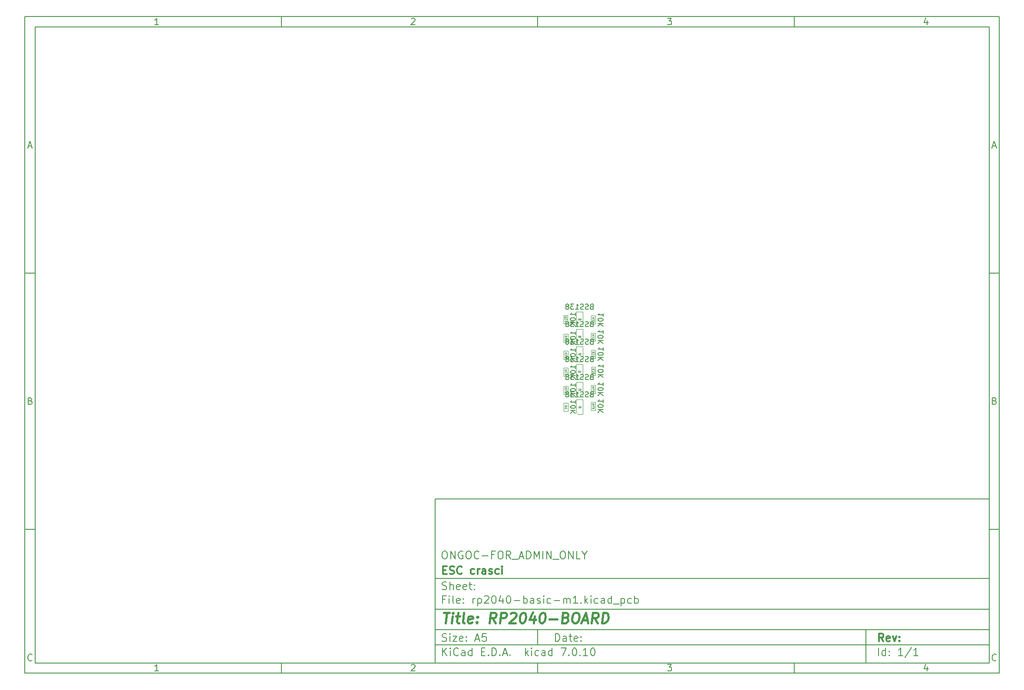
<source format=gbr>
%TF.GenerationSoftware,KiCad,Pcbnew,7.0.10*%
%TF.CreationDate,2024-01-28T16:32:01+05:30*%
%TF.ProjectId,rp2040-basic-m1,72703230-3430-42d6-9261-7369632d6d31,rev?*%
%TF.SameCoordinates,Original*%
%TF.FileFunction,AssemblyDrawing,Bot*%
%FSLAX46Y46*%
G04 Gerber Fmt 4.6, Leading zero omitted, Abs format (unit mm)*
G04 Created by KiCad (PCBNEW 7.0.10) date 2024-01-28 16:32:01*
%MOMM*%
%LPD*%
G01*
G04 APERTURE LIST*
%ADD10C,0.100000*%
%ADD11C,0.150000*%
%ADD12C,0.300000*%
%ADD13C,0.400000*%
%ADD14C,0.050000*%
%ADD15C,0.060000*%
G04 APERTURE END LIST*
D10*
D11*
X90007200Y-104005800D02*
X198007200Y-104005800D01*
X198007200Y-136005800D01*
X90007200Y-136005800D01*
X90007200Y-104005800D01*
D10*
D11*
X10000000Y-10000000D02*
X200007200Y-10000000D01*
X200007200Y-138005800D01*
X10000000Y-138005800D01*
X10000000Y-10000000D01*
D10*
D11*
X12000000Y-12000000D02*
X198007200Y-12000000D01*
X198007200Y-136005800D01*
X12000000Y-136005800D01*
X12000000Y-12000000D01*
D10*
D11*
X60000000Y-12000000D02*
X60000000Y-10000000D01*
D10*
D11*
X110000000Y-12000000D02*
X110000000Y-10000000D01*
D10*
D11*
X160000000Y-12000000D02*
X160000000Y-10000000D01*
D10*
D11*
X36089160Y-11593604D02*
X35346303Y-11593604D01*
X35717731Y-11593604D02*
X35717731Y-10293604D01*
X35717731Y-10293604D02*
X35593922Y-10479319D01*
X35593922Y-10479319D02*
X35470112Y-10603128D01*
X35470112Y-10603128D02*
X35346303Y-10665033D01*
D10*
D11*
X85346303Y-10417414D02*
X85408207Y-10355509D01*
X85408207Y-10355509D02*
X85532017Y-10293604D01*
X85532017Y-10293604D02*
X85841541Y-10293604D01*
X85841541Y-10293604D02*
X85965350Y-10355509D01*
X85965350Y-10355509D02*
X86027255Y-10417414D01*
X86027255Y-10417414D02*
X86089160Y-10541223D01*
X86089160Y-10541223D02*
X86089160Y-10665033D01*
X86089160Y-10665033D02*
X86027255Y-10850747D01*
X86027255Y-10850747D02*
X85284398Y-11593604D01*
X85284398Y-11593604D02*
X86089160Y-11593604D01*
D10*
D11*
X135284398Y-10293604D02*
X136089160Y-10293604D01*
X136089160Y-10293604D02*
X135655826Y-10788842D01*
X135655826Y-10788842D02*
X135841541Y-10788842D01*
X135841541Y-10788842D02*
X135965350Y-10850747D01*
X135965350Y-10850747D02*
X136027255Y-10912652D01*
X136027255Y-10912652D02*
X136089160Y-11036461D01*
X136089160Y-11036461D02*
X136089160Y-11345985D01*
X136089160Y-11345985D02*
X136027255Y-11469795D01*
X136027255Y-11469795D02*
X135965350Y-11531700D01*
X135965350Y-11531700D02*
X135841541Y-11593604D01*
X135841541Y-11593604D02*
X135470112Y-11593604D01*
X135470112Y-11593604D02*
X135346303Y-11531700D01*
X135346303Y-11531700D02*
X135284398Y-11469795D01*
D10*
D11*
X185965350Y-10726938D02*
X185965350Y-11593604D01*
X185655826Y-10231700D02*
X185346303Y-11160271D01*
X185346303Y-11160271D02*
X186151064Y-11160271D01*
D10*
D11*
X60000000Y-136005800D02*
X60000000Y-138005800D01*
D10*
D11*
X110000000Y-136005800D02*
X110000000Y-138005800D01*
D10*
D11*
X160000000Y-136005800D02*
X160000000Y-138005800D01*
D10*
D11*
X36089160Y-137599404D02*
X35346303Y-137599404D01*
X35717731Y-137599404D02*
X35717731Y-136299404D01*
X35717731Y-136299404D02*
X35593922Y-136485119D01*
X35593922Y-136485119D02*
X35470112Y-136608928D01*
X35470112Y-136608928D02*
X35346303Y-136670833D01*
D10*
D11*
X85346303Y-136423214D02*
X85408207Y-136361309D01*
X85408207Y-136361309D02*
X85532017Y-136299404D01*
X85532017Y-136299404D02*
X85841541Y-136299404D01*
X85841541Y-136299404D02*
X85965350Y-136361309D01*
X85965350Y-136361309D02*
X86027255Y-136423214D01*
X86027255Y-136423214D02*
X86089160Y-136547023D01*
X86089160Y-136547023D02*
X86089160Y-136670833D01*
X86089160Y-136670833D02*
X86027255Y-136856547D01*
X86027255Y-136856547D02*
X85284398Y-137599404D01*
X85284398Y-137599404D02*
X86089160Y-137599404D01*
D10*
D11*
X135284398Y-136299404D02*
X136089160Y-136299404D01*
X136089160Y-136299404D02*
X135655826Y-136794642D01*
X135655826Y-136794642D02*
X135841541Y-136794642D01*
X135841541Y-136794642D02*
X135965350Y-136856547D01*
X135965350Y-136856547D02*
X136027255Y-136918452D01*
X136027255Y-136918452D02*
X136089160Y-137042261D01*
X136089160Y-137042261D02*
X136089160Y-137351785D01*
X136089160Y-137351785D02*
X136027255Y-137475595D01*
X136027255Y-137475595D02*
X135965350Y-137537500D01*
X135965350Y-137537500D02*
X135841541Y-137599404D01*
X135841541Y-137599404D02*
X135470112Y-137599404D01*
X135470112Y-137599404D02*
X135346303Y-137537500D01*
X135346303Y-137537500D02*
X135284398Y-137475595D01*
D10*
D11*
X185965350Y-136732738D02*
X185965350Y-137599404D01*
X185655826Y-136237500D02*
X185346303Y-137166071D01*
X185346303Y-137166071D02*
X186151064Y-137166071D01*
D10*
D11*
X10000000Y-60000000D02*
X12000000Y-60000000D01*
D10*
D11*
X10000000Y-110000000D02*
X12000000Y-110000000D01*
D10*
D11*
X10690476Y-35222176D02*
X11309523Y-35222176D01*
X10566666Y-35593604D02*
X10999999Y-34293604D01*
X10999999Y-34293604D02*
X11433333Y-35593604D01*
D10*
D11*
X11092857Y-84912652D02*
X11278571Y-84974557D01*
X11278571Y-84974557D02*
X11340476Y-85036461D01*
X11340476Y-85036461D02*
X11402380Y-85160271D01*
X11402380Y-85160271D02*
X11402380Y-85345985D01*
X11402380Y-85345985D02*
X11340476Y-85469795D01*
X11340476Y-85469795D02*
X11278571Y-85531700D01*
X11278571Y-85531700D02*
X11154761Y-85593604D01*
X11154761Y-85593604D02*
X10659523Y-85593604D01*
X10659523Y-85593604D02*
X10659523Y-84293604D01*
X10659523Y-84293604D02*
X11092857Y-84293604D01*
X11092857Y-84293604D02*
X11216666Y-84355509D01*
X11216666Y-84355509D02*
X11278571Y-84417414D01*
X11278571Y-84417414D02*
X11340476Y-84541223D01*
X11340476Y-84541223D02*
X11340476Y-84665033D01*
X11340476Y-84665033D02*
X11278571Y-84788842D01*
X11278571Y-84788842D02*
X11216666Y-84850747D01*
X11216666Y-84850747D02*
X11092857Y-84912652D01*
X11092857Y-84912652D02*
X10659523Y-84912652D01*
D10*
D11*
X11402380Y-135469795D02*
X11340476Y-135531700D01*
X11340476Y-135531700D02*
X11154761Y-135593604D01*
X11154761Y-135593604D02*
X11030952Y-135593604D01*
X11030952Y-135593604D02*
X10845238Y-135531700D01*
X10845238Y-135531700D02*
X10721428Y-135407890D01*
X10721428Y-135407890D02*
X10659523Y-135284080D01*
X10659523Y-135284080D02*
X10597619Y-135036461D01*
X10597619Y-135036461D02*
X10597619Y-134850747D01*
X10597619Y-134850747D02*
X10659523Y-134603128D01*
X10659523Y-134603128D02*
X10721428Y-134479319D01*
X10721428Y-134479319D02*
X10845238Y-134355509D01*
X10845238Y-134355509D02*
X11030952Y-134293604D01*
X11030952Y-134293604D02*
X11154761Y-134293604D01*
X11154761Y-134293604D02*
X11340476Y-134355509D01*
X11340476Y-134355509D02*
X11402380Y-134417414D01*
D10*
D11*
X200007200Y-60000000D02*
X198007200Y-60000000D01*
D10*
D11*
X200007200Y-110000000D02*
X198007200Y-110000000D01*
D10*
D11*
X198697676Y-35222176D02*
X199316723Y-35222176D01*
X198573866Y-35593604D02*
X199007199Y-34293604D01*
X199007199Y-34293604D02*
X199440533Y-35593604D01*
D10*
D11*
X199100057Y-84912652D02*
X199285771Y-84974557D01*
X199285771Y-84974557D02*
X199347676Y-85036461D01*
X199347676Y-85036461D02*
X199409580Y-85160271D01*
X199409580Y-85160271D02*
X199409580Y-85345985D01*
X199409580Y-85345985D02*
X199347676Y-85469795D01*
X199347676Y-85469795D02*
X199285771Y-85531700D01*
X199285771Y-85531700D02*
X199161961Y-85593604D01*
X199161961Y-85593604D02*
X198666723Y-85593604D01*
X198666723Y-85593604D02*
X198666723Y-84293604D01*
X198666723Y-84293604D02*
X199100057Y-84293604D01*
X199100057Y-84293604D02*
X199223866Y-84355509D01*
X199223866Y-84355509D02*
X199285771Y-84417414D01*
X199285771Y-84417414D02*
X199347676Y-84541223D01*
X199347676Y-84541223D02*
X199347676Y-84665033D01*
X199347676Y-84665033D02*
X199285771Y-84788842D01*
X199285771Y-84788842D02*
X199223866Y-84850747D01*
X199223866Y-84850747D02*
X199100057Y-84912652D01*
X199100057Y-84912652D02*
X198666723Y-84912652D01*
D10*
D11*
X199409580Y-135469795D02*
X199347676Y-135531700D01*
X199347676Y-135531700D02*
X199161961Y-135593604D01*
X199161961Y-135593604D02*
X199038152Y-135593604D01*
X199038152Y-135593604D02*
X198852438Y-135531700D01*
X198852438Y-135531700D02*
X198728628Y-135407890D01*
X198728628Y-135407890D02*
X198666723Y-135284080D01*
X198666723Y-135284080D02*
X198604819Y-135036461D01*
X198604819Y-135036461D02*
X198604819Y-134850747D01*
X198604819Y-134850747D02*
X198666723Y-134603128D01*
X198666723Y-134603128D02*
X198728628Y-134479319D01*
X198728628Y-134479319D02*
X198852438Y-134355509D01*
X198852438Y-134355509D02*
X199038152Y-134293604D01*
X199038152Y-134293604D02*
X199161961Y-134293604D01*
X199161961Y-134293604D02*
X199347676Y-134355509D01*
X199347676Y-134355509D02*
X199409580Y-134417414D01*
D10*
D11*
X113463026Y-131791928D02*
X113463026Y-130291928D01*
X113463026Y-130291928D02*
X113820169Y-130291928D01*
X113820169Y-130291928D02*
X114034455Y-130363357D01*
X114034455Y-130363357D02*
X114177312Y-130506214D01*
X114177312Y-130506214D02*
X114248741Y-130649071D01*
X114248741Y-130649071D02*
X114320169Y-130934785D01*
X114320169Y-130934785D02*
X114320169Y-131149071D01*
X114320169Y-131149071D02*
X114248741Y-131434785D01*
X114248741Y-131434785D02*
X114177312Y-131577642D01*
X114177312Y-131577642D02*
X114034455Y-131720500D01*
X114034455Y-131720500D02*
X113820169Y-131791928D01*
X113820169Y-131791928D02*
X113463026Y-131791928D01*
X115605884Y-131791928D02*
X115605884Y-131006214D01*
X115605884Y-131006214D02*
X115534455Y-130863357D01*
X115534455Y-130863357D02*
X115391598Y-130791928D01*
X115391598Y-130791928D02*
X115105884Y-130791928D01*
X115105884Y-130791928D02*
X114963026Y-130863357D01*
X115605884Y-131720500D02*
X115463026Y-131791928D01*
X115463026Y-131791928D02*
X115105884Y-131791928D01*
X115105884Y-131791928D02*
X114963026Y-131720500D01*
X114963026Y-131720500D02*
X114891598Y-131577642D01*
X114891598Y-131577642D02*
X114891598Y-131434785D01*
X114891598Y-131434785D02*
X114963026Y-131291928D01*
X114963026Y-131291928D02*
X115105884Y-131220500D01*
X115105884Y-131220500D02*
X115463026Y-131220500D01*
X115463026Y-131220500D02*
X115605884Y-131149071D01*
X116105884Y-130791928D02*
X116677312Y-130791928D01*
X116320169Y-130291928D02*
X116320169Y-131577642D01*
X116320169Y-131577642D02*
X116391598Y-131720500D01*
X116391598Y-131720500D02*
X116534455Y-131791928D01*
X116534455Y-131791928D02*
X116677312Y-131791928D01*
X117748741Y-131720500D02*
X117605884Y-131791928D01*
X117605884Y-131791928D02*
X117320170Y-131791928D01*
X117320170Y-131791928D02*
X117177312Y-131720500D01*
X117177312Y-131720500D02*
X117105884Y-131577642D01*
X117105884Y-131577642D02*
X117105884Y-131006214D01*
X117105884Y-131006214D02*
X117177312Y-130863357D01*
X117177312Y-130863357D02*
X117320170Y-130791928D01*
X117320170Y-130791928D02*
X117605884Y-130791928D01*
X117605884Y-130791928D02*
X117748741Y-130863357D01*
X117748741Y-130863357D02*
X117820170Y-131006214D01*
X117820170Y-131006214D02*
X117820170Y-131149071D01*
X117820170Y-131149071D02*
X117105884Y-131291928D01*
X118463026Y-131649071D02*
X118534455Y-131720500D01*
X118534455Y-131720500D02*
X118463026Y-131791928D01*
X118463026Y-131791928D02*
X118391598Y-131720500D01*
X118391598Y-131720500D02*
X118463026Y-131649071D01*
X118463026Y-131649071D02*
X118463026Y-131791928D01*
X118463026Y-130863357D02*
X118534455Y-130934785D01*
X118534455Y-130934785D02*
X118463026Y-131006214D01*
X118463026Y-131006214D02*
X118391598Y-130934785D01*
X118391598Y-130934785D02*
X118463026Y-130863357D01*
X118463026Y-130863357D02*
X118463026Y-131006214D01*
D10*
D11*
X90007200Y-132505800D02*
X198007200Y-132505800D01*
D10*
D11*
X91463026Y-134591928D02*
X91463026Y-133091928D01*
X92320169Y-134591928D02*
X91677312Y-133734785D01*
X92320169Y-133091928D02*
X91463026Y-133949071D01*
X92963026Y-134591928D02*
X92963026Y-133591928D01*
X92963026Y-133091928D02*
X92891598Y-133163357D01*
X92891598Y-133163357D02*
X92963026Y-133234785D01*
X92963026Y-133234785D02*
X93034455Y-133163357D01*
X93034455Y-133163357D02*
X92963026Y-133091928D01*
X92963026Y-133091928D02*
X92963026Y-133234785D01*
X94534455Y-134449071D02*
X94463027Y-134520500D01*
X94463027Y-134520500D02*
X94248741Y-134591928D01*
X94248741Y-134591928D02*
X94105884Y-134591928D01*
X94105884Y-134591928D02*
X93891598Y-134520500D01*
X93891598Y-134520500D02*
X93748741Y-134377642D01*
X93748741Y-134377642D02*
X93677312Y-134234785D01*
X93677312Y-134234785D02*
X93605884Y-133949071D01*
X93605884Y-133949071D02*
X93605884Y-133734785D01*
X93605884Y-133734785D02*
X93677312Y-133449071D01*
X93677312Y-133449071D02*
X93748741Y-133306214D01*
X93748741Y-133306214D02*
X93891598Y-133163357D01*
X93891598Y-133163357D02*
X94105884Y-133091928D01*
X94105884Y-133091928D02*
X94248741Y-133091928D01*
X94248741Y-133091928D02*
X94463027Y-133163357D01*
X94463027Y-133163357D02*
X94534455Y-133234785D01*
X95820170Y-134591928D02*
X95820170Y-133806214D01*
X95820170Y-133806214D02*
X95748741Y-133663357D01*
X95748741Y-133663357D02*
X95605884Y-133591928D01*
X95605884Y-133591928D02*
X95320170Y-133591928D01*
X95320170Y-133591928D02*
X95177312Y-133663357D01*
X95820170Y-134520500D02*
X95677312Y-134591928D01*
X95677312Y-134591928D02*
X95320170Y-134591928D01*
X95320170Y-134591928D02*
X95177312Y-134520500D01*
X95177312Y-134520500D02*
X95105884Y-134377642D01*
X95105884Y-134377642D02*
X95105884Y-134234785D01*
X95105884Y-134234785D02*
X95177312Y-134091928D01*
X95177312Y-134091928D02*
X95320170Y-134020500D01*
X95320170Y-134020500D02*
X95677312Y-134020500D01*
X95677312Y-134020500D02*
X95820170Y-133949071D01*
X97177313Y-134591928D02*
X97177313Y-133091928D01*
X97177313Y-134520500D02*
X97034455Y-134591928D01*
X97034455Y-134591928D02*
X96748741Y-134591928D01*
X96748741Y-134591928D02*
X96605884Y-134520500D01*
X96605884Y-134520500D02*
X96534455Y-134449071D01*
X96534455Y-134449071D02*
X96463027Y-134306214D01*
X96463027Y-134306214D02*
X96463027Y-133877642D01*
X96463027Y-133877642D02*
X96534455Y-133734785D01*
X96534455Y-133734785D02*
X96605884Y-133663357D01*
X96605884Y-133663357D02*
X96748741Y-133591928D01*
X96748741Y-133591928D02*
X97034455Y-133591928D01*
X97034455Y-133591928D02*
X97177313Y-133663357D01*
X99034455Y-133806214D02*
X99534455Y-133806214D01*
X99748741Y-134591928D02*
X99034455Y-134591928D01*
X99034455Y-134591928D02*
X99034455Y-133091928D01*
X99034455Y-133091928D02*
X99748741Y-133091928D01*
X100391598Y-134449071D02*
X100463027Y-134520500D01*
X100463027Y-134520500D02*
X100391598Y-134591928D01*
X100391598Y-134591928D02*
X100320170Y-134520500D01*
X100320170Y-134520500D02*
X100391598Y-134449071D01*
X100391598Y-134449071D02*
X100391598Y-134591928D01*
X101105884Y-134591928D02*
X101105884Y-133091928D01*
X101105884Y-133091928D02*
X101463027Y-133091928D01*
X101463027Y-133091928D02*
X101677313Y-133163357D01*
X101677313Y-133163357D02*
X101820170Y-133306214D01*
X101820170Y-133306214D02*
X101891599Y-133449071D01*
X101891599Y-133449071D02*
X101963027Y-133734785D01*
X101963027Y-133734785D02*
X101963027Y-133949071D01*
X101963027Y-133949071D02*
X101891599Y-134234785D01*
X101891599Y-134234785D02*
X101820170Y-134377642D01*
X101820170Y-134377642D02*
X101677313Y-134520500D01*
X101677313Y-134520500D02*
X101463027Y-134591928D01*
X101463027Y-134591928D02*
X101105884Y-134591928D01*
X102605884Y-134449071D02*
X102677313Y-134520500D01*
X102677313Y-134520500D02*
X102605884Y-134591928D01*
X102605884Y-134591928D02*
X102534456Y-134520500D01*
X102534456Y-134520500D02*
X102605884Y-134449071D01*
X102605884Y-134449071D02*
X102605884Y-134591928D01*
X103248742Y-134163357D02*
X103963028Y-134163357D01*
X103105885Y-134591928D02*
X103605885Y-133091928D01*
X103605885Y-133091928D02*
X104105885Y-134591928D01*
X104605884Y-134449071D02*
X104677313Y-134520500D01*
X104677313Y-134520500D02*
X104605884Y-134591928D01*
X104605884Y-134591928D02*
X104534456Y-134520500D01*
X104534456Y-134520500D02*
X104605884Y-134449071D01*
X104605884Y-134449071D02*
X104605884Y-134591928D01*
X107605884Y-134591928D02*
X107605884Y-133091928D01*
X107748742Y-134020500D02*
X108177313Y-134591928D01*
X108177313Y-133591928D02*
X107605884Y-134163357D01*
X108820170Y-134591928D02*
X108820170Y-133591928D01*
X108820170Y-133091928D02*
X108748742Y-133163357D01*
X108748742Y-133163357D02*
X108820170Y-133234785D01*
X108820170Y-133234785D02*
X108891599Y-133163357D01*
X108891599Y-133163357D02*
X108820170Y-133091928D01*
X108820170Y-133091928D02*
X108820170Y-133234785D01*
X110177314Y-134520500D02*
X110034456Y-134591928D01*
X110034456Y-134591928D02*
X109748742Y-134591928D01*
X109748742Y-134591928D02*
X109605885Y-134520500D01*
X109605885Y-134520500D02*
X109534456Y-134449071D01*
X109534456Y-134449071D02*
X109463028Y-134306214D01*
X109463028Y-134306214D02*
X109463028Y-133877642D01*
X109463028Y-133877642D02*
X109534456Y-133734785D01*
X109534456Y-133734785D02*
X109605885Y-133663357D01*
X109605885Y-133663357D02*
X109748742Y-133591928D01*
X109748742Y-133591928D02*
X110034456Y-133591928D01*
X110034456Y-133591928D02*
X110177314Y-133663357D01*
X111463028Y-134591928D02*
X111463028Y-133806214D01*
X111463028Y-133806214D02*
X111391599Y-133663357D01*
X111391599Y-133663357D02*
X111248742Y-133591928D01*
X111248742Y-133591928D02*
X110963028Y-133591928D01*
X110963028Y-133591928D02*
X110820170Y-133663357D01*
X111463028Y-134520500D02*
X111320170Y-134591928D01*
X111320170Y-134591928D02*
X110963028Y-134591928D01*
X110963028Y-134591928D02*
X110820170Y-134520500D01*
X110820170Y-134520500D02*
X110748742Y-134377642D01*
X110748742Y-134377642D02*
X110748742Y-134234785D01*
X110748742Y-134234785D02*
X110820170Y-134091928D01*
X110820170Y-134091928D02*
X110963028Y-134020500D01*
X110963028Y-134020500D02*
X111320170Y-134020500D01*
X111320170Y-134020500D02*
X111463028Y-133949071D01*
X112820171Y-134591928D02*
X112820171Y-133091928D01*
X112820171Y-134520500D02*
X112677313Y-134591928D01*
X112677313Y-134591928D02*
X112391599Y-134591928D01*
X112391599Y-134591928D02*
X112248742Y-134520500D01*
X112248742Y-134520500D02*
X112177313Y-134449071D01*
X112177313Y-134449071D02*
X112105885Y-134306214D01*
X112105885Y-134306214D02*
X112105885Y-133877642D01*
X112105885Y-133877642D02*
X112177313Y-133734785D01*
X112177313Y-133734785D02*
X112248742Y-133663357D01*
X112248742Y-133663357D02*
X112391599Y-133591928D01*
X112391599Y-133591928D02*
X112677313Y-133591928D01*
X112677313Y-133591928D02*
X112820171Y-133663357D01*
X114534456Y-133091928D02*
X115534456Y-133091928D01*
X115534456Y-133091928D02*
X114891599Y-134591928D01*
X116105884Y-134449071D02*
X116177313Y-134520500D01*
X116177313Y-134520500D02*
X116105884Y-134591928D01*
X116105884Y-134591928D02*
X116034456Y-134520500D01*
X116034456Y-134520500D02*
X116105884Y-134449071D01*
X116105884Y-134449071D02*
X116105884Y-134591928D01*
X117105885Y-133091928D02*
X117248742Y-133091928D01*
X117248742Y-133091928D02*
X117391599Y-133163357D01*
X117391599Y-133163357D02*
X117463028Y-133234785D01*
X117463028Y-133234785D02*
X117534456Y-133377642D01*
X117534456Y-133377642D02*
X117605885Y-133663357D01*
X117605885Y-133663357D02*
X117605885Y-134020500D01*
X117605885Y-134020500D02*
X117534456Y-134306214D01*
X117534456Y-134306214D02*
X117463028Y-134449071D01*
X117463028Y-134449071D02*
X117391599Y-134520500D01*
X117391599Y-134520500D02*
X117248742Y-134591928D01*
X117248742Y-134591928D02*
X117105885Y-134591928D01*
X117105885Y-134591928D02*
X116963028Y-134520500D01*
X116963028Y-134520500D02*
X116891599Y-134449071D01*
X116891599Y-134449071D02*
X116820170Y-134306214D01*
X116820170Y-134306214D02*
X116748742Y-134020500D01*
X116748742Y-134020500D02*
X116748742Y-133663357D01*
X116748742Y-133663357D02*
X116820170Y-133377642D01*
X116820170Y-133377642D02*
X116891599Y-133234785D01*
X116891599Y-133234785D02*
X116963028Y-133163357D01*
X116963028Y-133163357D02*
X117105885Y-133091928D01*
X118248741Y-134449071D02*
X118320170Y-134520500D01*
X118320170Y-134520500D02*
X118248741Y-134591928D01*
X118248741Y-134591928D02*
X118177313Y-134520500D01*
X118177313Y-134520500D02*
X118248741Y-134449071D01*
X118248741Y-134449071D02*
X118248741Y-134591928D01*
X119748742Y-134591928D02*
X118891599Y-134591928D01*
X119320170Y-134591928D02*
X119320170Y-133091928D01*
X119320170Y-133091928D02*
X119177313Y-133306214D01*
X119177313Y-133306214D02*
X119034456Y-133449071D01*
X119034456Y-133449071D02*
X118891599Y-133520500D01*
X120677313Y-133091928D02*
X120820170Y-133091928D01*
X120820170Y-133091928D02*
X120963027Y-133163357D01*
X120963027Y-133163357D02*
X121034456Y-133234785D01*
X121034456Y-133234785D02*
X121105884Y-133377642D01*
X121105884Y-133377642D02*
X121177313Y-133663357D01*
X121177313Y-133663357D02*
X121177313Y-134020500D01*
X121177313Y-134020500D02*
X121105884Y-134306214D01*
X121105884Y-134306214D02*
X121034456Y-134449071D01*
X121034456Y-134449071D02*
X120963027Y-134520500D01*
X120963027Y-134520500D02*
X120820170Y-134591928D01*
X120820170Y-134591928D02*
X120677313Y-134591928D01*
X120677313Y-134591928D02*
X120534456Y-134520500D01*
X120534456Y-134520500D02*
X120463027Y-134449071D01*
X120463027Y-134449071D02*
X120391598Y-134306214D01*
X120391598Y-134306214D02*
X120320170Y-134020500D01*
X120320170Y-134020500D02*
X120320170Y-133663357D01*
X120320170Y-133663357D02*
X120391598Y-133377642D01*
X120391598Y-133377642D02*
X120463027Y-133234785D01*
X120463027Y-133234785D02*
X120534456Y-133163357D01*
X120534456Y-133163357D02*
X120677313Y-133091928D01*
D10*
D11*
X90007200Y-129505800D02*
X198007200Y-129505800D01*
D10*
D12*
X177418853Y-131784128D02*
X176918853Y-131069842D01*
X176561710Y-131784128D02*
X176561710Y-130284128D01*
X176561710Y-130284128D02*
X177133139Y-130284128D01*
X177133139Y-130284128D02*
X177275996Y-130355557D01*
X177275996Y-130355557D02*
X177347425Y-130426985D01*
X177347425Y-130426985D02*
X177418853Y-130569842D01*
X177418853Y-130569842D02*
X177418853Y-130784128D01*
X177418853Y-130784128D02*
X177347425Y-130926985D01*
X177347425Y-130926985D02*
X177275996Y-130998414D01*
X177275996Y-130998414D02*
X177133139Y-131069842D01*
X177133139Y-131069842D02*
X176561710Y-131069842D01*
X178633139Y-131712700D02*
X178490282Y-131784128D01*
X178490282Y-131784128D02*
X178204568Y-131784128D01*
X178204568Y-131784128D02*
X178061710Y-131712700D01*
X178061710Y-131712700D02*
X177990282Y-131569842D01*
X177990282Y-131569842D02*
X177990282Y-130998414D01*
X177990282Y-130998414D02*
X178061710Y-130855557D01*
X178061710Y-130855557D02*
X178204568Y-130784128D01*
X178204568Y-130784128D02*
X178490282Y-130784128D01*
X178490282Y-130784128D02*
X178633139Y-130855557D01*
X178633139Y-130855557D02*
X178704568Y-130998414D01*
X178704568Y-130998414D02*
X178704568Y-131141271D01*
X178704568Y-131141271D02*
X177990282Y-131284128D01*
X179204567Y-130784128D02*
X179561710Y-131784128D01*
X179561710Y-131784128D02*
X179918853Y-130784128D01*
X180490281Y-131641271D02*
X180561710Y-131712700D01*
X180561710Y-131712700D02*
X180490281Y-131784128D01*
X180490281Y-131784128D02*
X180418853Y-131712700D01*
X180418853Y-131712700D02*
X180490281Y-131641271D01*
X180490281Y-131641271D02*
X180490281Y-131784128D01*
X180490281Y-130855557D02*
X180561710Y-130926985D01*
X180561710Y-130926985D02*
X180490281Y-130998414D01*
X180490281Y-130998414D02*
X180418853Y-130926985D01*
X180418853Y-130926985D02*
X180490281Y-130855557D01*
X180490281Y-130855557D02*
X180490281Y-130998414D01*
D10*
D11*
X91391598Y-131720500D02*
X91605884Y-131791928D01*
X91605884Y-131791928D02*
X91963026Y-131791928D01*
X91963026Y-131791928D02*
X92105884Y-131720500D01*
X92105884Y-131720500D02*
X92177312Y-131649071D01*
X92177312Y-131649071D02*
X92248741Y-131506214D01*
X92248741Y-131506214D02*
X92248741Y-131363357D01*
X92248741Y-131363357D02*
X92177312Y-131220500D01*
X92177312Y-131220500D02*
X92105884Y-131149071D01*
X92105884Y-131149071D02*
X91963026Y-131077642D01*
X91963026Y-131077642D02*
X91677312Y-131006214D01*
X91677312Y-131006214D02*
X91534455Y-130934785D01*
X91534455Y-130934785D02*
X91463026Y-130863357D01*
X91463026Y-130863357D02*
X91391598Y-130720500D01*
X91391598Y-130720500D02*
X91391598Y-130577642D01*
X91391598Y-130577642D02*
X91463026Y-130434785D01*
X91463026Y-130434785D02*
X91534455Y-130363357D01*
X91534455Y-130363357D02*
X91677312Y-130291928D01*
X91677312Y-130291928D02*
X92034455Y-130291928D01*
X92034455Y-130291928D02*
X92248741Y-130363357D01*
X92891597Y-131791928D02*
X92891597Y-130791928D01*
X92891597Y-130291928D02*
X92820169Y-130363357D01*
X92820169Y-130363357D02*
X92891597Y-130434785D01*
X92891597Y-130434785D02*
X92963026Y-130363357D01*
X92963026Y-130363357D02*
X92891597Y-130291928D01*
X92891597Y-130291928D02*
X92891597Y-130434785D01*
X93463026Y-130791928D02*
X94248741Y-130791928D01*
X94248741Y-130791928D02*
X93463026Y-131791928D01*
X93463026Y-131791928D02*
X94248741Y-131791928D01*
X95391598Y-131720500D02*
X95248741Y-131791928D01*
X95248741Y-131791928D02*
X94963027Y-131791928D01*
X94963027Y-131791928D02*
X94820169Y-131720500D01*
X94820169Y-131720500D02*
X94748741Y-131577642D01*
X94748741Y-131577642D02*
X94748741Y-131006214D01*
X94748741Y-131006214D02*
X94820169Y-130863357D01*
X94820169Y-130863357D02*
X94963027Y-130791928D01*
X94963027Y-130791928D02*
X95248741Y-130791928D01*
X95248741Y-130791928D02*
X95391598Y-130863357D01*
X95391598Y-130863357D02*
X95463027Y-131006214D01*
X95463027Y-131006214D02*
X95463027Y-131149071D01*
X95463027Y-131149071D02*
X94748741Y-131291928D01*
X96105883Y-131649071D02*
X96177312Y-131720500D01*
X96177312Y-131720500D02*
X96105883Y-131791928D01*
X96105883Y-131791928D02*
X96034455Y-131720500D01*
X96034455Y-131720500D02*
X96105883Y-131649071D01*
X96105883Y-131649071D02*
X96105883Y-131791928D01*
X96105883Y-130863357D02*
X96177312Y-130934785D01*
X96177312Y-130934785D02*
X96105883Y-131006214D01*
X96105883Y-131006214D02*
X96034455Y-130934785D01*
X96034455Y-130934785D02*
X96105883Y-130863357D01*
X96105883Y-130863357D02*
X96105883Y-131006214D01*
X97891598Y-131363357D02*
X98605884Y-131363357D01*
X97748741Y-131791928D02*
X98248741Y-130291928D01*
X98248741Y-130291928D02*
X98748741Y-131791928D01*
X99963026Y-130291928D02*
X99248740Y-130291928D01*
X99248740Y-130291928D02*
X99177312Y-131006214D01*
X99177312Y-131006214D02*
X99248740Y-130934785D01*
X99248740Y-130934785D02*
X99391598Y-130863357D01*
X99391598Y-130863357D02*
X99748740Y-130863357D01*
X99748740Y-130863357D02*
X99891598Y-130934785D01*
X99891598Y-130934785D02*
X99963026Y-131006214D01*
X99963026Y-131006214D02*
X100034455Y-131149071D01*
X100034455Y-131149071D02*
X100034455Y-131506214D01*
X100034455Y-131506214D02*
X99963026Y-131649071D01*
X99963026Y-131649071D02*
X99891598Y-131720500D01*
X99891598Y-131720500D02*
X99748740Y-131791928D01*
X99748740Y-131791928D02*
X99391598Y-131791928D01*
X99391598Y-131791928D02*
X99248740Y-131720500D01*
X99248740Y-131720500D02*
X99177312Y-131649071D01*
D10*
D11*
X176463026Y-134591928D02*
X176463026Y-133091928D01*
X177820170Y-134591928D02*
X177820170Y-133091928D01*
X177820170Y-134520500D02*
X177677312Y-134591928D01*
X177677312Y-134591928D02*
X177391598Y-134591928D01*
X177391598Y-134591928D02*
X177248741Y-134520500D01*
X177248741Y-134520500D02*
X177177312Y-134449071D01*
X177177312Y-134449071D02*
X177105884Y-134306214D01*
X177105884Y-134306214D02*
X177105884Y-133877642D01*
X177105884Y-133877642D02*
X177177312Y-133734785D01*
X177177312Y-133734785D02*
X177248741Y-133663357D01*
X177248741Y-133663357D02*
X177391598Y-133591928D01*
X177391598Y-133591928D02*
X177677312Y-133591928D01*
X177677312Y-133591928D02*
X177820170Y-133663357D01*
X178534455Y-134449071D02*
X178605884Y-134520500D01*
X178605884Y-134520500D02*
X178534455Y-134591928D01*
X178534455Y-134591928D02*
X178463027Y-134520500D01*
X178463027Y-134520500D02*
X178534455Y-134449071D01*
X178534455Y-134449071D02*
X178534455Y-134591928D01*
X178534455Y-133663357D02*
X178605884Y-133734785D01*
X178605884Y-133734785D02*
X178534455Y-133806214D01*
X178534455Y-133806214D02*
X178463027Y-133734785D01*
X178463027Y-133734785D02*
X178534455Y-133663357D01*
X178534455Y-133663357D02*
X178534455Y-133806214D01*
X181177313Y-134591928D02*
X180320170Y-134591928D01*
X180748741Y-134591928D02*
X180748741Y-133091928D01*
X180748741Y-133091928D02*
X180605884Y-133306214D01*
X180605884Y-133306214D02*
X180463027Y-133449071D01*
X180463027Y-133449071D02*
X180320170Y-133520500D01*
X182891598Y-133020500D02*
X181605884Y-134949071D01*
X184177313Y-134591928D02*
X183320170Y-134591928D01*
X183748741Y-134591928D02*
X183748741Y-133091928D01*
X183748741Y-133091928D02*
X183605884Y-133306214D01*
X183605884Y-133306214D02*
X183463027Y-133449071D01*
X183463027Y-133449071D02*
X183320170Y-133520500D01*
D10*
D11*
X90007200Y-125505800D02*
X198007200Y-125505800D01*
D10*
D13*
X91698928Y-126210238D02*
X92841785Y-126210238D01*
X92020357Y-128210238D02*
X92270357Y-126210238D01*
X93258452Y-128210238D02*
X93425119Y-126876904D01*
X93508452Y-126210238D02*
X93401309Y-126305476D01*
X93401309Y-126305476D02*
X93484643Y-126400714D01*
X93484643Y-126400714D02*
X93591786Y-126305476D01*
X93591786Y-126305476D02*
X93508452Y-126210238D01*
X93508452Y-126210238D02*
X93484643Y-126400714D01*
X94091786Y-126876904D02*
X94853690Y-126876904D01*
X94460833Y-126210238D02*
X94246548Y-127924523D01*
X94246548Y-127924523D02*
X94317976Y-128115000D01*
X94317976Y-128115000D02*
X94496548Y-128210238D01*
X94496548Y-128210238D02*
X94687024Y-128210238D01*
X95639405Y-128210238D02*
X95460833Y-128115000D01*
X95460833Y-128115000D02*
X95389405Y-127924523D01*
X95389405Y-127924523D02*
X95603690Y-126210238D01*
X97175119Y-128115000D02*
X96972738Y-128210238D01*
X96972738Y-128210238D02*
X96591785Y-128210238D01*
X96591785Y-128210238D02*
X96413214Y-128115000D01*
X96413214Y-128115000D02*
X96341785Y-127924523D01*
X96341785Y-127924523D02*
X96437024Y-127162619D01*
X96437024Y-127162619D02*
X96556071Y-126972142D01*
X96556071Y-126972142D02*
X96758452Y-126876904D01*
X96758452Y-126876904D02*
X97139404Y-126876904D01*
X97139404Y-126876904D02*
X97317976Y-126972142D01*
X97317976Y-126972142D02*
X97389404Y-127162619D01*
X97389404Y-127162619D02*
X97365595Y-127353095D01*
X97365595Y-127353095D02*
X96389404Y-127543571D01*
X98139405Y-128019761D02*
X98222738Y-128115000D01*
X98222738Y-128115000D02*
X98115595Y-128210238D01*
X98115595Y-128210238D02*
X98032262Y-128115000D01*
X98032262Y-128115000D02*
X98139405Y-128019761D01*
X98139405Y-128019761D02*
X98115595Y-128210238D01*
X98270357Y-126972142D02*
X98353690Y-127067380D01*
X98353690Y-127067380D02*
X98246548Y-127162619D01*
X98246548Y-127162619D02*
X98163214Y-127067380D01*
X98163214Y-127067380D02*
X98270357Y-126972142D01*
X98270357Y-126972142D02*
X98246548Y-127162619D01*
X101734643Y-128210238D02*
X101187024Y-127257857D01*
X100591786Y-128210238D02*
X100841786Y-126210238D01*
X100841786Y-126210238D02*
X101603691Y-126210238D01*
X101603691Y-126210238D02*
X101782262Y-126305476D01*
X101782262Y-126305476D02*
X101865596Y-126400714D01*
X101865596Y-126400714D02*
X101937024Y-126591190D01*
X101937024Y-126591190D02*
X101901310Y-126876904D01*
X101901310Y-126876904D02*
X101782262Y-127067380D01*
X101782262Y-127067380D02*
X101675120Y-127162619D01*
X101675120Y-127162619D02*
X101472739Y-127257857D01*
X101472739Y-127257857D02*
X100710834Y-127257857D01*
X102591786Y-128210238D02*
X102841786Y-126210238D01*
X102841786Y-126210238D02*
X103603691Y-126210238D01*
X103603691Y-126210238D02*
X103782262Y-126305476D01*
X103782262Y-126305476D02*
X103865596Y-126400714D01*
X103865596Y-126400714D02*
X103937024Y-126591190D01*
X103937024Y-126591190D02*
X103901310Y-126876904D01*
X103901310Y-126876904D02*
X103782262Y-127067380D01*
X103782262Y-127067380D02*
X103675120Y-127162619D01*
X103675120Y-127162619D02*
X103472739Y-127257857D01*
X103472739Y-127257857D02*
X102710834Y-127257857D01*
X104722739Y-126400714D02*
X104829881Y-126305476D01*
X104829881Y-126305476D02*
X105032262Y-126210238D01*
X105032262Y-126210238D02*
X105508453Y-126210238D01*
X105508453Y-126210238D02*
X105687024Y-126305476D01*
X105687024Y-126305476D02*
X105770358Y-126400714D01*
X105770358Y-126400714D02*
X105841786Y-126591190D01*
X105841786Y-126591190D02*
X105817977Y-126781666D01*
X105817977Y-126781666D02*
X105687024Y-127067380D01*
X105687024Y-127067380D02*
X104401310Y-128210238D01*
X104401310Y-128210238D02*
X105639405Y-128210238D01*
X107127501Y-126210238D02*
X107317977Y-126210238D01*
X107317977Y-126210238D02*
X107496548Y-126305476D01*
X107496548Y-126305476D02*
X107579882Y-126400714D01*
X107579882Y-126400714D02*
X107651310Y-126591190D01*
X107651310Y-126591190D02*
X107698929Y-126972142D01*
X107698929Y-126972142D02*
X107639405Y-127448333D01*
X107639405Y-127448333D02*
X107496548Y-127829285D01*
X107496548Y-127829285D02*
X107377501Y-128019761D01*
X107377501Y-128019761D02*
X107270358Y-128115000D01*
X107270358Y-128115000D02*
X107067977Y-128210238D01*
X107067977Y-128210238D02*
X106877501Y-128210238D01*
X106877501Y-128210238D02*
X106698929Y-128115000D01*
X106698929Y-128115000D02*
X106615596Y-128019761D01*
X106615596Y-128019761D02*
X106544167Y-127829285D01*
X106544167Y-127829285D02*
X106496548Y-127448333D01*
X106496548Y-127448333D02*
X106556072Y-126972142D01*
X106556072Y-126972142D02*
X106698929Y-126591190D01*
X106698929Y-126591190D02*
X106817977Y-126400714D01*
X106817977Y-126400714D02*
X106925120Y-126305476D01*
X106925120Y-126305476D02*
X107127501Y-126210238D01*
X109425120Y-126876904D02*
X109258453Y-128210238D01*
X109044167Y-126115000D02*
X108389405Y-127543571D01*
X108389405Y-127543571D02*
X109627501Y-127543571D01*
X110937025Y-126210238D02*
X111127501Y-126210238D01*
X111127501Y-126210238D02*
X111306072Y-126305476D01*
X111306072Y-126305476D02*
X111389406Y-126400714D01*
X111389406Y-126400714D02*
X111460834Y-126591190D01*
X111460834Y-126591190D02*
X111508453Y-126972142D01*
X111508453Y-126972142D02*
X111448929Y-127448333D01*
X111448929Y-127448333D02*
X111306072Y-127829285D01*
X111306072Y-127829285D02*
X111187025Y-128019761D01*
X111187025Y-128019761D02*
X111079882Y-128115000D01*
X111079882Y-128115000D02*
X110877501Y-128210238D01*
X110877501Y-128210238D02*
X110687025Y-128210238D01*
X110687025Y-128210238D02*
X110508453Y-128115000D01*
X110508453Y-128115000D02*
X110425120Y-128019761D01*
X110425120Y-128019761D02*
X110353691Y-127829285D01*
X110353691Y-127829285D02*
X110306072Y-127448333D01*
X110306072Y-127448333D02*
X110365596Y-126972142D01*
X110365596Y-126972142D02*
X110508453Y-126591190D01*
X110508453Y-126591190D02*
X110627501Y-126400714D01*
X110627501Y-126400714D02*
X110734644Y-126305476D01*
X110734644Y-126305476D02*
X110937025Y-126210238D01*
X112306072Y-127448333D02*
X113829882Y-127448333D01*
X115484643Y-127162619D02*
X115758453Y-127257857D01*
X115758453Y-127257857D02*
X115841786Y-127353095D01*
X115841786Y-127353095D02*
X115913215Y-127543571D01*
X115913215Y-127543571D02*
X115877500Y-127829285D01*
X115877500Y-127829285D02*
X115758453Y-128019761D01*
X115758453Y-128019761D02*
X115651310Y-128115000D01*
X115651310Y-128115000D02*
X115448929Y-128210238D01*
X115448929Y-128210238D02*
X114687024Y-128210238D01*
X114687024Y-128210238D02*
X114937024Y-126210238D01*
X114937024Y-126210238D02*
X115603691Y-126210238D01*
X115603691Y-126210238D02*
X115782262Y-126305476D01*
X115782262Y-126305476D02*
X115865596Y-126400714D01*
X115865596Y-126400714D02*
X115937024Y-126591190D01*
X115937024Y-126591190D02*
X115913215Y-126781666D01*
X115913215Y-126781666D02*
X115794167Y-126972142D01*
X115794167Y-126972142D02*
X115687024Y-127067380D01*
X115687024Y-127067380D02*
X115484643Y-127162619D01*
X115484643Y-127162619D02*
X114817977Y-127162619D01*
X117317977Y-126210238D02*
X117698929Y-126210238D01*
X117698929Y-126210238D02*
X117877500Y-126305476D01*
X117877500Y-126305476D02*
X118044167Y-126495952D01*
X118044167Y-126495952D02*
X118091786Y-126876904D01*
X118091786Y-126876904D02*
X118008453Y-127543571D01*
X118008453Y-127543571D02*
X117865596Y-127924523D01*
X117865596Y-127924523D02*
X117651310Y-128115000D01*
X117651310Y-128115000D02*
X117448929Y-128210238D01*
X117448929Y-128210238D02*
X117067977Y-128210238D01*
X117067977Y-128210238D02*
X116889405Y-128115000D01*
X116889405Y-128115000D02*
X116722739Y-127924523D01*
X116722739Y-127924523D02*
X116675119Y-127543571D01*
X116675119Y-127543571D02*
X116758453Y-126876904D01*
X116758453Y-126876904D02*
X116901310Y-126495952D01*
X116901310Y-126495952D02*
X117115596Y-126305476D01*
X117115596Y-126305476D02*
X117317977Y-126210238D01*
X118758453Y-127638809D02*
X119710834Y-127638809D01*
X118496548Y-128210238D02*
X119413215Y-126210238D01*
X119413215Y-126210238D02*
X119829881Y-128210238D01*
X121639405Y-128210238D02*
X121091786Y-127257857D01*
X120496548Y-128210238D02*
X120746548Y-126210238D01*
X120746548Y-126210238D02*
X121508453Y-126210238D01*
X121508453Y-126210238D02*
X121687024Y-126305476D01*
X121687024Y-126305476D02*
X121770358Y-126400714D01*
X121770358Y-126400714D02*
X121841786Y-126591190D01*
X121841786Y-126591190D02*
X121806072Y-126876904D01*
X121806072Y-126876904D02*
X121687024Y-127067380D01*
X121687024Y-127067380D02*
X121579882Y-127162619D01*
X121579882Y-127162619D02*
X121377501Y-127257857D01*
X121377501Y-127257857D02*
X120615596Y-127257857D01*
X122496548Y-128210238D02*
X122746548Y-126210238D01*
X122746548Y-126210238D02*
X123222739Y-126210238D01*
X123222739Y-126210238D02*
X123496548Y-126305476D01*
X123496548Y-126305476D02*
X123663215Y-126495952D01*
X123663215Y-126495952D02*
X123734643Y-126686428D01*
X123734643Y-126686428D02*
X123782263Y-127067380D01*
X123782263Y-127067380D02*
X123746548Y-127353095D01*
X123746548Y-127353095D02*
X123603691Y-127734047D01*
X123603691Y-127734047D02*
X123484643Y-127924523D01*
X123484643Y-127924523D02*
X123270358Y-128115000D01*
X123270358Y-128115000D02*
X122972739Y-128210238D01*
X122972739Y-128210238D02*
X122496548Y-128210238D01*
D10*
D11*
X91963026Y-123606214D02*
X91463026Y-123606214D01*
X91463026Y-124391928D02*
X91463026Y-122891928D01*
X91463026Y-122891928D02*
X92177312Y-122891928D01*
X92748740Y-124391928D02*
X92748740Y-123391928D01*
X92748740Y-122891928D02*
X92677312Y-122963357D01*
X92677312Y-122963357D02*
X92748740Y-123034785D01*
X92748740Y-123034785D02*
X92820169Y-122963357D01*
X92820169Y-122963357D02*
X92748740Y-122891928D01*
X92748740Y-122891928D02*
X92748740Y-123034785D01*
X93677312Y-124391928D02*
X93534455Y-124320500D01*
X93534455Y-124320500D02*
X93463026Y-124177642D01*
X93463026Y-124177642D02*
X93463026Y-122891928D01*
X94820169Y-124320500D02*
X94677312Y-124391928D01*
X94677312Y-124391928D02*
X94391598Y-124391928D01*
X94391598Y-124391928D02*
X94248740Y-124320500D01*
X94248740Y-124320500D02*
X94177312Y-124177642D01*
X94177312Y-124177642D02*
X94177312Y-123606214D01*
X94177312Y-123606214D02*
X94248740Y-123463357D01*
X94248740Y-123463357D02*
X94391598Y-123391928D01*
X94391598Y-123391928D02*
X94677312Y-123391928D01*
X94677312Y-123391928D02*
X94820169Y-123463357D01*
X94820169Y-123463357D02*
X94891598Y-123606214D01*
X94891598Y-123606214D02*
X94891598Y-123749071D01*
X94891598Y-123749071D02*
X94177312Y-123891928D01*
X95534454Y-124249071D02*
X95605883Y-124320500D01*
X95605883Y-124320500D02*
X95534454Y-124391928D01*
X95534454Y-124391928D02*
X95463026Y-124320500D01*
X95463026Y-124320500D02*
X95534454Y-124249071D01*
X95534454Y-124249071D02*
X95534454Y-124391928D01*
X95534454Y-123463357D02*
X95605883Y-123534785D01*
X95605883Y-123534785D02*
X95534454Y-123606214D01*
X95534454Y-123606214D02*
X95463026Y-123534785D01*
X95463026Y-123534785D02*
X95534454Y-123463357D01*
X95534454Y-123463357D02*
X95534454Y-123606214D01*
X97391597Y-124391928D02*
X97391597Y-123391928D01*
X97391597Y-123677642D02*
X97463026Y-123534785D01*
X97463026Y-123534785D02*
X97534455Y-123463357D01*
X97534455Y-123463357D02*
X97677312Y-123391928D01*
X97677312Y-123391928D02*
X97820169Y-123391928D01*
X98320168Y-123391928D02*
X98320168Y-124891928D01*
X98320168Y-123463357D02*
X98463026Y-123391928D01*
X98463026Y-123391928D02*
X98748740Y-123391928D01*
X98748740Y-123391928D02*
X98891597Y-123463357D01*
X98891597Y-123463357D02*
X98963026Y-123534785D01*
X98963026Y-123534785D02*
X99034454Y-123677642D01*
X99034454Y-123677642D02*
X99034454Y-124106214D01*
X99034454Y-124106214D02*
X98963026Y-124249071D01*
X98963026Y-124249071D02*
X98891597Y-124320500D01*
X98891597Y-124320500D02*
X98748740Y-124391928D01*
X98748740Y-124391928D02*
X98463026Y-124391928D01*
X98463026Y-124391928D02*
X98320168Y-124320500D01*
X99605883Y-123034785D02*
X99677311Y-122963357D01*
X99677311Y-122963357D02*
X99820169Y-122891928D01*
X99820169Y-122891928D02*
X100177311Y-122891928D01*
X100177311Y-122891928D02*
X100320169Y-122963357D01*
X100320169Y-122963357D02*
X100391597Y-123034785D01*
X100391597Y-123034785D02*
X100463026Y-123177642D01*
X100463026Y-123177642D02*
X100463026Y-123320500D01*
X100463026Y-123320500D02*
X100391597Y-123534785D01*
X100391597Y-123534785D02*
X99534454Y-124391928D01*
X99534454Y-124391928D02*
X100463026Y-124391928D01*
X101391597Y-122891928D02*
X101534454Y-122891928D01*
X101534454Y-122891928D02*
X101677311Y-122963357D01*
X101677311Y-122963357D02*
X101748740Y-123034785D01*
X101748740Y-123034785D02*
X101820168Y-123177642D01*
X101820168Y-123177642D02*
X101891597Y-123463357D01*
X101891597Y-123463357D02*
X101891597Y-123820500D01*
X101891597Y-123820500D02*
X101820168Y-124106214D01*
X101820168Y-124106214D02*
X101748740Y-124249071D01*
X101748740Y-124249071D02*
X101677311Y-124320500D01*
X101677311Y-124320500D02*
X101534454Y-124391928D01*
X101534454Y-124391928D02*
X101391597Y-124391928D01*
X101391597Y-124391928D02*
X101248740Y-124320500D01*
X101248740Y-124320500D02*
X101177311Y-124249071D01*
X101177311Y-124249071D02*
X101105882Y-124106214D01*
X101105882Y-124106214D02*
X101034454Y-123820500D01*
X101034454Y-123820500D02*
X101034454Y-123463357D01*
X101034454Y-123463357D02*
X101105882Y-123177642D01*
X101105882Y-123177642D02*
X101177311Y-123034785D01*
X101177311Y-123034785D02*
X101248740Y-122963357D01*
X101248740Y-122963357D02*
X101391597Y-122891928D01*
X103177311Y-123391928D02*
X103177311Y-124391928D01*
X102820168Y-122820500D02*
X102463025Y-123891928D01*
X102463025Y-123891928D02*
X103391596Y-123891928D01*
X104248739Y-122891928D02*
X104391596Y-122891928D01*
X104391596Y-122891928D02*
X104534453Y-122963357D01*
X104534453Y-122963357D02*
X104605882Y-123034785D01*
X104605882Y-123034785D02*
X104677310Y-123177642D01*
X104677310Y-123177642D02*
X104748739Y-123463357D01*
X104748739Y-123463357D02*
X104748739Y-123820500D01*
X104748739Y-123820500D02*
X104677310Y-124106214D01*
X104677310Y-124106214D02*
X104605882Y-124249071D01*
X104605882Y-124249071D02*
X104534453Y-124320500D01*
X104534453Y-124320500D02*
X104391596Y-124391928D01*
X104391596Y-124391928D02*
X104248739Y-124391928D01*
X104248739Y-124391928D02*
X104105882Y-124320500D01*
X104105882Y-124320500D02*
X104034453Y-124249071D01*
X104034453Y-124249071D02*
X103963024Y-124106214D01*
X103963024Y-124106214D02*
X103891596Y-123820500D01*
X103891596Y-123820500D02*
X103891596Y-123463357D01*
X103891596Y-123463357D02*
X103963024Y-123177642D01*
X103963024Y-123177642D02*
X104034453Y-123034785D01*
X104034453Y-123034785D02*
X104105882Y-122963357D01*
X104105882Y-122963357D02*
X104248739Y-122891928D01*
X105391595Y-123820500D02*
X106534453Y-123820500D01*
X107248738Y-124391928D02*
X107248738Y-122891928D01*
X107248738Y-123463357D02*
X107391596Y-123391928D01*
X107391596Y-123391928D02*
X107677310Y-123391928D01*
X107677310Y-123391928D02*
X107820167Y-123463357D01*
X107820167Y-123463357D02*
X107891596Y-123534785D01*
X107891596Y-123534785D02*
X107963024Y-123677642D01*
X107963024Y-123677642D02*
X107963024Y-124106214D01*
X107963024Y-124106214D02*
X107891596Y-124249071D01*
X107891596Y-124249071D02*
X107820167Y-124320500D01*
X107820167Y-124320500D02*
X107677310Y-124391928D01*
X107677310Y-124391928D02*
X107391596Y-124391928D01*
X107391596Y-124391928D02*
X107248738Y-124320500D01*
X109248739Y-124391928D02*
X109248739Y-123606214D01*
X109248739Y-123606214D02*
X109177310Y-123463357D01*
X109177310Y-123463357D02*
X109034453Y-123391928D01*
X109034453Y-123391928D02*
X108748739Y-123391928D01*
X108748739Y-123391928D02*
X108605881Y-123463357D01*
X109248739Y-124320500D02*
X109105881Y-124391928D01*
X109105881Y-124391928D02*
X108748739Y-124391928D01*
X108748739Y-124391928D02*
X108605881Y-124320500D01*
X108605881Y-124320500D02*
X108534453Y-124177642D01*
X108534453Y-124177642D02*
X108534453Y-124034785D01*
X108534453Y-124034785D02*
X108605881Y-123891928D01*
X108605881Y-123891928D02*
X108748739Y-123820500D01*
X108748739Y-123820500D02*
X109105881Y-123820500D01*
X109105881Y-123820500D02*
X109248739Y-123749071D01*
X109891596Y-124320500D02*
X110034453Y-124391928D01*
X110034453Y-124391928D02*
X110320167Y-124391928D01*
X110320167Y-124391928D02*
X110463024Y-124320500D01*
X110463024Y-124320500D02*
X110534453Y-124177642D01*
X110534453Y-124177642D02*
X110534453Y-124106214D01*
X110534453Y-124106214D02*
X110463024Y-123963357D01*
X110463024Y-123963357D02*
X110320167Y-123891928D01*
X110320167Y-123891928D02*
X110105882Y-123891928D01*
X110105882Y-123891928D02*
X109963024Y-123820500D01*
X109963024Y-123820500D02*
X109891596Y-123677642D01*
X109891596Y-123677642D02*
X109891596Y-123606214D01*
X109891596Y-123606214D02*
X109963024Y-123463357D01*
X109963024Y-123463357D02*
X110105882Y-123391928D01*
X110105882Y-123391928D02*
X110320167Y-123391928D01*
X110320167Y-123391928D02*
X110463024Y-123463357D01*
X111177310Y-124391928D02*
X111177310Y-123391928D01*
X111177310Y-122891928D02*
X111105882Y-122963357D01*
X111105882Y-122963357D02*
X111177310Y-123034785D01*
X111177310Y-123034785D02*
X111248739Y-122963357D01*
X111248739Y-122963357D02*
X111177310Y-122891928D01*
X111177310Y-122891928D02*
X111177310Y-123034785D01*
X112534454Y-124320500D02*
X112391596Y-124391928D01*
X112391596Y-124391928D02*
X112105882Y-124391928D01*
X112105882Y-124391928D02*
X111963025Y-124320500D01*
X111963025Y-124320500D02*
X111891596Y-124249071D01*
X111891596Y-124249071D02*
X111820168Y-124106214D01*
X111820168Y-124106214D02*
X111820168Y-123677642D01*
X111820168Y-123677642D02*
X111891596Y-123534785D01*
X111891596Y-123534785D02*
X111963025Y-123463357D01*
X111963025Y-123463357D02*
X112105882Y-123391928D01*
X112105882Y-123391928D02*
X112391596Y-123391928D01*
X112391596Y-123391928D02*
X112534454Y-123463357D01*
X113177310Y-123820500D02*
X114320168Y-123820500D01*
X115034453Y-124391928D02*
X115034453Y-123391928D01*
X115034453Y-123534785D02*
X115105882Y-123463357D01*
X115105882Y-123463357D02*
X115248739Y-123391928D01*
X115248739Y-123391928D02*
X115463025Y-123391928D01*
X115463025Y-123391928D02*
X115605882Y-123463357D01*
X115605882Y-123463357D02*
X115677311Y-123606214D01*
X115677311Y-123606214D02*
X115677311Y-124391928D01*
X115677311Y-123606214D02*
X115748739Y-123463357D01*
X115748739Y-123463357D02*
X115891596Y-123391928D01*
X115891596Y-123391928D02*
X116105882Y-123391928D01*
X116105882Y-123391928D02*
X116248739Y-123463357D01*
X116248739Y-123463357D02*
X116320168Y-123606214D01*
X116320168Y-123606214D02*
X116320168Y-124391928D01*
X117820168Y-124391928D02*
X116963025Y-124391928D01*
X117391596Y-124391928D02*
X117391596Y-122891928D01*
X117391596Y-122891928D02*
X117248739Y-123106214D01*
X117248739Y-123106214D02*
X117105882Y-123249071D01*
X117105882Y-123249071D02*
X116963025Y-123320500D01*
X118463024Y-124249071D02*
X118534453Y-124320500D01*
X118534453Y-124320500D02*
X118463024Y-124391928D01*
X118463024Y-124391928D02*
X118391596Y-124320500D01*
X118391596Y-124320500D02*
X118463024Y-124249071D01*
X118463024Y-124249071D02*
X118463024Y-124391928D01*
X119177310Y-124391928D02*
X119177310Y-122891928D01*
X119320168Y-123820500D02*
X119748739Y-124391928D01*
X119748739Y-123391928D02*
X119177310Y-123963357D01*
X120391596Y-124391928D02*
X120391596Y-123391928D01*
X120391596Y-122891928D02*
X120320168Y-122963357D01*
X120320168Y-122963357D02*
X120391596Y-123034785D01*
X120391596Y-123034785D02*
X120463025Y-122963357D01*
X120463025Y-122963357D02*
X120391596Y-122891928D01*
X120391596Y-122891928D02*
X120391596Y-123034785D01*
X121748740Y-124320500D02*
X121605882Y-124391928D01*
X121605882Y-124391928D02*
X121320168Y-124391928D01*
X121320168Y-124391928D02*
X121177311Y-124320500D01*
X121177311Y-124320500D02*
X121105882Y-124249071D01*
X121105882Y-124249071D02*
X121034454Y-124106214D01*
X121034454Y-124106214D02*
X121034454Y-123677642D01*
X121034454Y-123677642D02*
X121105882Y-123534785D01*
X121105882Y-123534785D02*
X121177311Y-123463357D01*
X121177311Y-123463357D02*
X121320168Y-123391928D01*
X121320168Y-123391928D02*
X121605882Y-123391928D01*
X121605882Y-123391928D02*
X121748740Y-123463357D01*
X123034454Y-124391928D02*
X123034454Y-123606214D01*
X123034454Y-123606214D02*
X122963025Y-123463357D01*
X122963025Y-123463357D02*
X122820168Y-123391928D01*
X122820168Y-123391928D02*
X122534454Y-123391928D01*
X122534454Y-123391928D02*
X122391596Y-123463357D01*
X123034454Y-124320500D02*
X122891596Y-124391928D01*
X122891596Y-124391928D02*
X122534454Y-124391928D01*
X122534454Y-124391928D02*
X122391596Y-124320500D01*
X122391596Y-124320500D02*
X122320168Y-124177642D01*
X122320168Y-124177642D02*
X122320168Y-124034785D01*
X122320168Y-124034785D02*
X122391596Y-123891928D01*
X122391596Y-123891928D02*
X122534454Y-123820500D01*
X122534454Y-123820500D02*
X122891596Y-123820500D01*
X122891596Y-123820500D02*
X123034454Y-123749071D01*
X124391597Y-124391928D02*
X124391597Y-122891928D01*
X124391597Y-124320500D02*
X124248739Y-124391928D01*
X124248739Y-124391928D02*
X123963025Y-124391928D01*
X123963025Y-124391928D02*
X123820168Y-124320500D01*
X123820168Y-124320500D02*
X123748739Y-124249071D01*
X123748739Y-124249071D02*
X123677311Y-124106214D01*
X123677311Y-124106214D02*
X123677311Y-123677642D01*
X123677311Y-123677642D02*
X123748739Y-123534785D01*
X123748739Y-123534785D02*
X123820168Y-123463357D01*
X123820168Y-123463357D02*
X123963025Y-123391928D01*
X123963025Y-123391928D02*
X124248739Y-123391928D01*
X124248739Y-123391928D02*
X124391597Y-123463357D01*
X124748740Y-124534785D02*
X125891597Y-124534785D01*
X126248739Y-123391928D02*
X126248739Y-124891928D01*
X126248739Y-123463357D02*
X126391597Y-123391928D01*
X126391597Y-123391928D02*
X126677311Y-123391928D01*
X126677311Y-123391928D02*
X126820168Y-123463357D01*
X126820168Y-123463357D02*
X126891597Y-123534785D01*
X126891597Y-123534785D02*
X126963025Y-123677642D01*
X126963025Y-123677642D02*
X126963025Y-124106214D01*
X126963025Y-124106214D02*
X126891597Y-124249071D01*
X126891597Y-124249071D02*
X126820168Y-124320500D01*
X126820168Y-124320500D02*
X126677311Y-124391928D01*
X126677311Y-124391928D02*
X126391597Y-124391928D01*
X126391597Y-124391928D02*
X126248739Y-124320500D01*
X128248740Y-124320500D02*
X128105882Y-124391928D01*
X128105882Y-124391928D02*
X127820168Y-124391928D01*
X127820168Y-124391928D02*
X127677311Y-124320500D01*
X127677311Y-124320500D02*
X127605882Y-124249071D01*
X127605882Y-124249071D02*
X127534454Y-124106214D01*
X127534454Y-124106214D02*
X127534454Y-123677642D01*
X127534454Y-123677642D02*
X127605882Y-123534785D01*
X127605882Y-123534785D02*
X127677311Y-123463357D01*
X127677311Y-123463357D02*
X127820168Y-123391928D01*
X127820168Y-123391928D02*
X128105882Y-123391928D01*
X128105882Y-123391928D02*
X128248740Y-123463357D01*
X128891596Y-124391928D02*
X128891596Y-122891928D01*
X128891596Y-123463357D02*
X129034454Y-123391928D01*
X129034454Y-123391928D02*
X129320168Y-123391928D01*
X129320168Y-123391928D02*
X129463025Y-123463357D01*
X129463025Y-123463357D02*
X129534454Y-123534785D01*
X129534454Y-123534785D02*
X129605882Y-123677642D01*
X129605882Y-123677642D02*
X129605882Y-124106214D01*
X129605882Y-124106214D02*
X129534454Y-124249071D01*
X129534454Y-124249071D02*
X129463025Y-124320500D01*
X129463025Y-124320500D02*
X129320168Y-124391928D01*
X129320168Y-124391928D02*
X129034454Y-124391928D01*
X129034454Y-124391928D02*
X128891596Y-124320500D01*
D10*
D11*
X90007200Y-119505800D02*
X198007200Y-119505800D01*
D10*
D11*
X91391598Y-121620500D02*
X91605884Y-121691928D01*
X91605884Y-121691928D02*
X91963026Y-121691928D01*
X91963026Y-121691928D02*
X92105884Y-121620500D01*
X92105884Y-121620500D02*
X92177312Y-121549071D01*
X92177312Y-121549071D02*
X92248741Y-121406214D01*
X92248741Y-121406214D02*
X92248741Y-121263357D01*
X92248741Y-121263357D02*
X92177312Y-121120500D01*
X92177312Y-121120500D02*
X92105884Y-121049071D01*
X92105884Y-121049071D02*
X91963026Y-120977642D01*
X91963026Y-120977642D02*
X91677312Y-120906214D01*
X91677312Y-120906214D02*
X91534455Y-120834785D01*
X91534455Y-120834785D02*
X91463026Y-120763357D01*
X91463026Y-120763357D02*
X91391598Y-120620500D01*
X91391598Y-120620500D02*
X91391598Y-120477642D01*
X91391598Y-120477642D02*
X91463026Y-120334785D01*
X91463026Y-120334785D02*
X91534455Y-120263357D01*
X91534455Y-120263357D02*
X91677312Y-120191928D01*
X91677312Y-120191928D02*
X92034455Y-120191928D01*
X92034455Y-120191928D02*
X92248741Y-120263357D01*
X92891597Y-121691928D02*
X92891597Y-120191928D01*
X93534455Y-121691928D02*
X93534455Y-120906214D01*
X93534455Y-120906214D02*
X93463026Y-120763357D01*
X93463026Y-120763357D02*
X93320169Y-120691928D01*
X93320169Y-120691928D02*
X93105883Y-120691928D01*
X93105883Y-120691928D02*
X92963026Y-120763357D01*
X92963026Y-120763357D02*
X92891597Y-120834785D01*
X94820169Y-121620500D02*
X94677312Y-121691928D01*
X94677312Y-121691928D02*
X94391598Y-121691928D01*
X94391598Y-121691928D02*
X94248740Y-121620500D01*
X94248740Y-121620500D02*
X94177312Y-121477642D01*
X94177312Y-121477642D02*
X94177312Y-120906214D01*
X94177312Y-120906214D02*
X94248740Y-120763357D01*
X94248740Y-120763357D02*
X94391598Y-120691928D01*
X94391598Y-120691928D02*
X94677312Y-120691928D01*
X94677312Y-120691928D02*
X94820169Y-120763357D01*
X94820169Y-120763357D02*
X94891598Y-120906214D01*
X94891598Y-120906214D02*
X94891598Y-121049071D01*
X94891598Y-121049071D02*
X94177312Y-121191928D01*
X96105883Y-121620500D02*
X95963026Y-121691928D01*
X95963026Y-121691928D02*
X95677312Y-121691928D01*
X95677312Y-121691928D02*
X95534454Y-121620500D01*
X95534454Y-121620500D02*
X95463026Y-121477642D01*
X95463026Y-121477642D02*
X95463026Y-120906214D01*
X95463026Y-120906214D02*
X95534454Y-120763357D01*
X95534454Y-120763357D02*
X95677312Y-120691928D01*
X95677312Y-120691928D02*
X95963026Y-120691928D01*
X95963026Y-120691928D02*
X96105883Y-120763357D01*
X96105883Y-120763357D02*
X96177312Y-120906214D01*
X96177312Y-120906214D02*
X96177312Y-121049071D01*
X96177312Y-121049071D02*
X95463026Y-121191928D01*
X96605883Y-120691928D02*
X97177311Y-120691928D01*
X96820168Y-120191928D02*
X96820168Y-121477642D01*
X96820168Y-121477642D02*
X96891597Y-121620500D01*
X96891597Y-121620500D02*
X97034454Y-121691928D01*
X97034454Y-121691928D02*
X97177311Y-121691928D01*
X97677311Y-121549071D02*
X97748740Y-121620500D01*
X97748740Y-121620500D02*
X97677311Y-121691928D01*
X97677311Y-121691928D02*
X97605883Y-121620500D01*
X97605883Y-121620500D02*
X97677311Y-121549071D01*
X97677311Y-121549071D02*
X97677311Y-121691928D01*
X97677311Y-120763357D02*
X97748740Y-120834785D01*
X97748740Y-120834785D02*
X97677311Y-120906214D01*
X97677311Y-120906214D02*
X97605883Y-120834785D01*
X97605883Y-120834785D02*
X97677311Y-120763357D01*
X97677311Y-120763357D02*
X97677311Y-120906214D01*
D10*
D12*
X91561710Y-117898414D02*
X92061710Y-117898414D01*
X92275996Y-118684128D02*
X91561710Y-118684128D01*
X91561710Y-118684128D02*
X91561710Y-117184128D01*
X91561710Y-117184128D02*
X92275996Y-117184128D01*
X92847425Y-118612700D02*
X93061711Y-118684128D01*
X93061711Y-118684128D02*
X93418853Y-118684128D01*
X93418853Y-118684128D02*
X93561711Y-118612700D01*
X93561711Y-118612700D02*
X93633139Y-118541271D01*
X93633139Y-118541271D02*
X93704568Y-118398414D01*
X93704568Y-118398414D02*
X93704568Y-118255557D01*
X93704568Y-118255557D02*
X93633139Y-118112700D01*
X93633139Y-118112700D02*
X93561711Y-118041271D01*
X93561711Y-118041271D02*
X93418853Y-117969842D01*
X93418853Y-117969842D02*
X93133139Y-117898414D01*
X93133139Y-117898414D02*
X92990282Y-117826985D01*
X92990282Y-117826985D02*
X92918853Y-117755557D01*
X92918853Y-117755557D02*
X92847425Y-117612700D01*
X92847425Y-117612700D02*
X92847425Y-117469842D01*
X92847425Y-117469842D02*
X92918853Y-117326985D01*
X92918853Y-117326985D02*
X92990282Y-117255557D01*
X92990282Y-117255557D02*
X93133139Y-117184128D01*
X93133139Y-117184128D02*
X93490282Y-117184128D01*
X93490282Y-117184128D02*
X93704568Y-117255557D01*
X95204567Y-118541271D02*
X95133139Y-118612700D01*
X95133139Y-118612700D02*
X94918853Y-118684128D01*
X94918853Y-118684128D02*
X94775996Y-118684128D01*
X94775996Y-118684128D02*
X94561710Y-118612700D01*
X94561710Y-118612700D02*
X94418853Y-118469842D01*
X94418853Y-118469842D02*
X94347424Y-118326985D01*
X94347424Y-118326985D02*
X94275996Y-118041271D01*
X94275996Y-118041271D02*
X94275996Y-117826985D01*
X94275996Y-117826985D02*
X94347424Y-117541271D01*
X94347424Y-117541271D02*
X94418853Y-117398414D01*
X94418853Y-117398414D02*
X94561710Y-117255557D01*
X94561710Y-117255557D02*
X94775996Y-117184128D01*
X94775996Y-117184128D02*
X94918853Y-117184128D01*
X94918853Y-117184128D02*
X95133139Y-117255557D01*
X95133139Y-117255557D02*
X95204567Y-117326985D01*
X97633139Y-118612700D02*
X97490281Y-118684128D01*
X97490281Y-118684128D02*
X97204567Y-118684128D01*
X97204567Y-118684128D02*
X97061710Y-118612700D01*
X97061710Y-118612700D02*
X96990281Y-118541271D01*
X96990281Y-118541271D02*
X96918853Y-118398414D01*
X96918853Y-118398414D02*
X96918853Y-117969842D01*
X96918853Y-117969842D02*
X96990281Y-117826985D01*
X96990281Y-117826985D02*
X97061710Y-117755557D01*
X97061710Y-117755557D02*
X97204567Y-117684128D01*
X97204567Y-117684128D02*
X97490281Y-117684128D01*
X97490281Y-117684128D02*
X97633139Y-117755557D01*
X98275995Y-118684128D02*
X98275995Y-117684128D01*
X98275995Y-117969842D02*
X98347424Y-117826985D01*
X98347424Y-117826985D02*
X98418853Y-117755557D01*
X98418853Y-117755557D02*
X98561710Y-117684128D01*
X98561710Y-117684128D02*
X98704567Y-117684128D01*
X99847424Y-118684128D02*
X99847424Y-117898414D01*
X99847424Y-117898414D02*
X99775995Y-117755557D01*
X99775995Y-117755557D02*
X99633138Y-117684128D01*
X99633138Y-117684128D02*
X99347424Y-117684128D01*
X99347424Y-117684128D02*
X99204566Y-117755557D01*
X99847424Y-118612700D02*
X99704566Y-118684128D01*
X99704566Y-118684128D02*
X99347424Y-118684128D01*
X99347424Y-118684128D02*
X99204566Y-118612700D01*
X99204566Y-118612700D02*
X99133138Y-118469842D01*
X99133138Y-118469842D02*
X99133138Y-118326985D01*
X99133138Y-118326985D02*
X99204566Y-118184128D01*
X99204566Y-118184128D02*
X99347424Y-118112700D01*
X99347424Y-118112700D02*
X99704566Y-118112700D01*
X99704566Y-118112700D02*
X99847424Y-118041271D01*
X100490281Y-118612700D02*
X100633138Y-118684128D01*
X100633138Y-118684128D02*
X100918852Y-118684128D01*
X100918852Y-118684128D02*
X101061709Y-118612700D01*
X101061709Y-118612700D02*
X101133138Y-118469842D01*
X101133138Y-118469842D02*
X101133138Y-118398414D01*
X101133138Y-118398414D02*
X101061709Y-118255557D01*
X101061709Y-118255557D02*
X100918852Y-118184128D01*
X100918852Y-118184128D02*
X100704567Y-118184128D01*
X100704567Y-118184128D02*
X100561709Y-118112700D01*
X100561709Y-118112700D02*
X100490281Y-117969842D01*
X100490281Y-117969842D02*
X100490281Y-117898414D01*
X100490281Y-117898414D02*
X100561709Y-117755557D01*
X100561709Y-117755557D02*
X100704567Y-117684128D01*
X100704567Y-117684128D02*
X100918852Y-117684128D01*
X100918852Y-117684128D02*
X101061709Y-117755557D01*
X102418853Y-118612700D02*
X102275995Y-118684128D01*
X102275995Y-118684128D02*
X101990281Y-118684128D01*
X101990281Y-118684128D02*
X101847424Y-118612700D01*
X101847424Y-118612700D02*
X101775995Y-118541271D01*
X101775995Y-118541271D02*
X101704567Y-118398414D01*
X101704567Y-118398414D02*
X101704567Y-117969842D01*
X101704567Y-117969842D02*
X101775995Y-117826985D01*
X101775995Y-117826985D02*
X101847424Y-117755557D01*
X101847424Y-117755557D02*
X101990281Y-117684128D01*
X101990281Y-117684128D02*
X102275995Y-117684128D01*
X102275995Y-117684128D02*
X102418853Y-117755557D01*
X103061709Y-118684128D02*
X103061709Y-117684128D01*
X103061709Y-117184128D02*
X102990281Y-117255557D01*
X102990281Y-117255557D02*
X103061709Y-117326985D01*
X103061709Y-117326985D02*
X103133138Y-117255557D01*
X103133138Y-117255557D02*
X103061709Y-117184128D01*
X103061709Y-117184128D02*
X103061709Y-117326985D01*
D10*
D11*
X91748741Y-114191928D02*
X92034455Y-114191928D01*
X92034455Y-114191928D02*
X92177312Y-114263357D01*
X92177312Y-114263357D02*
X92320169Y-114406214D01*
X92320169Y-114406214D02*
X92391598Y-114691928D01*
X92391598Y-114691928D02*
X92391598Y-115191928D01*
X92391598Y-115191928D02*
X92320169Y-115477642D01*
X92320169Y-115477642D02*
X92177312Y-115620500D01*
X92177312Y-115620500D02*
X92034455Y-115691928D01*
X92034455Y-115691928D02*
X91748741Y-115691928D01*
X91748741Y-115691928D02*
X91605884Y-115620500D01*
X91605884Y-115620500D02*
X91463026Y-115477642D01*
X91463026Y-115477642D02*
X91391598Y-115191928D01*
X91391598Y-115191928D02*
X91391598Y-114691928D01*
X91391598Y-114691928D02*
X91463026Y-114406214D01*
X91463026Y-114406214D02*
X91605884Y-114263357D01*
X91605884Y-114263357D02*
X91748741Y-114191928D01*
X93034455Y-115691928D02*
X93034455Y-114191928D01*
X93034455Y-114191928D02*
X93891598Y-115691928D01*
X93891598Y-115691928D02*
X93891598Y-114191928D01*
X95391599Y-114263357D02*
X95248742Y-114191928D01*
X95248742Y-114191928D02*
X95034456Y-114191928D01*
X95034456Y-114191928D02*
X94820170Y-114263357D01*
X94820170Y-114263357D02*
X94677313Y-114406214D01*
X94677313Y-114406214D02*
X94605884Y-114549071D01*
X94605884Y-114549071D02*
X94534456Y-114834785D01*
X94534456Y-114834785D02*
X94534456Y-115049071D01*
X94534456Y-115049071D02*
X94605884Y-115334785D01*
X94605884Y-115334785D02*
X94677313Y-115477642D01*
X94677313Y-115477642D02*
X94820170Y-115620500D01*
X94820170Y-115620500D02*
X95034456Y-115691928D01*
X95034456Y-115691928D02*
X95177313Y-115691928D01*
X95177313Y-115691928D02*
X95391599Y-115620500D01*
X95391599Y-115620500D02*
X95463027Y-115549071D01*
X95463027Y-115549071D02*
X95463027Y-115049071D01*
X95463027Y-115049071D02*
X95177313Y-115049071D01*
X96391599Y-114191928D02*
X96677313Y-114191928D01*
X96677313Y-114191928D02*
X96820170Y-114263357D01*
X96820170Y-114263357D02*
X96963027Y-114406214D01*
X96963027Y-114406214D02*
X97034456Y-114691928D01*
X97034456Y-114691928D02*
X97034456Y-115191928D01*
X97034456Y-115191928D02*
X96963027Y-115477642D01*
X96963027Y-115477642D02*
X96820170Y-115620500D01*
X96820170Y-115620500D02*
X96677313Y-115691928D01*
X96677313Y-115691928D02*
X96391599Y-115691928D01*
X96391599Y-115691928D02*
X96248742Y-115620500D01*
X96248742Y-115620500D02*
X96105884Y-115477642D01*
X96105884Y-115477642D02*
X96034456Y-115191928D01*
X96034456Y-115191928D02*
X96034456Y-114691928D01*
X96034456Y-114691928D02*
X96105884Y-114406214D01*
X96105884Y-114406214D02*
X96248742Y-114263357D01*
X96248742Y-114263357D02*
X96391599Y-114191928D01*
X98534456Y-115549071D02*
X98463028Y-115620500D01*
X98463028Y-115620500D02*
X98248742Y-115691928D01*
X98248742Y-115691928D02*
X98105885Y-115691928D01*
X98105885Y-115691928D02*
X97891599Y-115620500D01*
X97891599Y-115620500D02*
X97748742Y-115477642D01*
X97748742Y-115477642D02*
X97677313Y-115334785D01*
X97677313Y-115334785D02*
X97605885Y-115049071D01*
X97605885Y-115049071D02*
X97605885Y-114834785D01*
X97605885Y-114834785D02*
X97677313Y-114549071D01*
X97677313Y-114549071D02*
X97748742Y-114406214D01*
X97748742Y-114406214D02*
X97891599Y-114263357D01*
X97891599Y-114263357D02*
X98105885Y-114191928D01*
X98105885Y-114191928D02*
X98248742Y-114191928D01*
X98248742Y-114191928D02*
X98463028Y-114263357D01*
X98463028Y-114263357D02*
X98534456Y-114334785D01*
X99177313Y-115120500D02*
X100320171Y-115120500D01*
X101534456Y-114906214D02*
X101034456Y-114906214D01*
X101034456Y-115691928D02*
X101034456Y-114191928D01*
X101034456Y-114191928D02*
X101748742Y-114191928D01*
X102605885Y-114191928D02*
X102891599Y-114191928D01*
X102891599Y-114191928D02*
X103034456Y-114263357D01*
X103034456Y-114263357D02*
X103177313Y-114406214D01*
X103177313Y-114406214D02*
X103248742Y-114691928D01*
X103248742Y-114691928D02*
X103248742Y-115191928D01*
X103248742Y-115191928D02*
X103177313Y-115477642D01*
X103177313Y-115477642D02*
X103034456Y-115620500D01*
X103034456Y-115620500D02*
X102891599Y-115691928D01*
X102891599Y-115691928D02*
X102605885Y-115691928D01*
X102605885Y-115691928D02*
X102463028Y-115620500D01*
X102463028Y-115620500D02*
X102320170Y-115477642D01*
X102320170Y-115477642D02*
X102248742Y-115191928D01*
X102248742Y-115191928D02*
X102248742Y-114691928D01*
X102248742Y-114691928D02*
X102320170Y-114406214D01*
X102320170Y-114406214D02*
X102463028Y-114263357D01*
X102463028Y-114263357D02*
X102605885Y-114191928D01*
X104748742Y-115691928D02*
X104248742Y-114977642D01*
X103891599Y-115691928D02*
X103891599Y-114191928D01*
X103891599Y-114191928D02*
X104463028Y-114191928D01*
X104463028Y-114191928D02*
X104605885Y-114263357D01*
X104605885Y-114263357D02*
X104677314Y-114334785D01*
X104677314Y-114334785D02*
X104748742Y-114477642D01*
X104748742Y-114477642D02*
X104748742Y-114691928D01*
X104748742Y-114691928D02*
X104677314Y-114834785D01*
X104677314Y-114834785D02*
X104605885Y-114906214D01*
X104605885Y-114906214D02*
X104463028Y-114977642D01*
X104463028Y-114977642D02*
X103891599Y-114977642D01*
X105034457Y-115834785D02*
X106177314Y-115834785D01*
X106463028Y-115263357D02*
X107177314Y-115263357D01*
X106320171Y-115691928D02*
X106820171Y-114191928D01*
X106820171Y-114191928D02*
X107320171Y-115691928D01*
X107820170Y-115691928D02*
X107820170Y-114191928D01*
X107820170Y-114191928D02*
X108177313Y-114191928D01*
X108177313Y-114191928D02*
X108391599Y-114263357D01*
X108391599Y-114263357D02*
X108534456Y-114406214D01*
X108534456Y-114406214D02*
X108605885Y-114549071D01*
X108605885Y-114549071D02*
X108677313Y-114834785D01*
X108677313Y-114834785D02*
X108677313Y-115049071D01*
X108677313Y-115049071D02*
X108605885Y-115334785D01*
X108605885Y-115334785D02*
X108534456Y-115477642D01*
X108534456Y-115477642D02*
X108391599Y-115620500D01*
X108391599Y-115620500D02*
X108177313Y-115691928D01*
X108177313Y-115691928D02*
X107820170Y-115691928D01*
X109320170Y-115691928D02*
X109320170Y-114191928D01*
X109320170Y-114191928D02*
X109820170Y-115263357D01*
X109820170Y-115263357D02*
X110320170Y-114191928D01*
X110320170Y-114191928D02*
X110320170Y-115691928D01*
X111034456Y-115691928D02*
X111034456Y-114191928D01*
X111748742Y-115691928D02*
X111748742Y-114191928D01*
X111748742Y-114191928D02*
X112605885Y-115691928D01*
X112605885Y-115691928D02*
X112605885Y-114191928D01*
X112963029Y-115834785D02*
X114105886Y-115834785D01*
X114748743Y-114191928D02*
X115034457Y-114191928D01*
X115034457Y-114191928D02*
X115177314Y-114263357D01*
X115177314Y-114263357D02*
X115320171Y-114406214D01*
X115320171Y-114406214D02*
X115391600Y-114691928D01*
X115391600Y-114691928D02*
X115391600Y-115191928D01*
X115391600Y-115191928D02*
X115320171Y-115477642D01*
X115320171Y-115477642D02*
X115177314Y-115620500D01*
X115177314Y-115620500D02*
X115034457Y-115691928D01*
X115034457Y-115691928D02*
X114748743Y-115691928D01*
X114748743Y-115691928D02*
X114605886Y-115620500D01*
X114605886Y-115620500D02*
X114463028Y-115477642D01*
X114463028Y-115477642D02*
X114391600Y-115191928D01*
X114391600Y-115191928D02*
X114391600Y-114691928D01*
X114391600Y-114691928D02*
X114463028Y-114406214D01*
X114463028Y-114406214D02*
X114605886Y-114263357D01*
X114605886Y-114263357D02*
X114748743Y-114191928D01*
X116034457Y-115691928D02*
X116034457Y-114191928D01*
X116034457Y-114191928D02*
X116891600Y-115691928D01*
X116891600Y-115691928D02*
X116891600Y-114191928D01*
X118320172Y-115691928D02*
X117605886Y-115691928D01*
X117605886Y-115691928D02*
X117605886Y-114191928D01*
X119105887Y-114977642D02*
X119105887Y-115691928D01*
X118605887Y-114191928D02*
X119105887Y-114977642D01*
X119105887Y-114977642D02*
X119605887Y-114191928D01*
D10*
D11*
D10*
D11*
D10*
D11*
D10*
D11*
X110007200Y-129505800D02*
X110007200Y-132505800D01*
D10*
D11*
X174007200Y-129505800D02*
X174007200Y-136005800D01*
X120472023Y-66531009D02*
X120329166Y-66578628D01*
X120329166Y-66578628D02*
X120281547Y-66626247D01*
X120281547Y-66626247D02*
X120233928Y-66721485D01*
X120233928Y-66721485D02*
X120233928Y-66864342D01*
X120233928Y-66864342D02*
X120281547Y-66959580D01*
X120281547Y-66959580D02*
X120329166Y-67007200D01*
X120329166Y-67007200D02*
X120424404Y-67054819D01*
X120424404Y-67054819D02*
X120805356Y-67054819D01*
X120805356Y-67054819D02*
X120805356Y-66054819D01*
X120805356Y-66054819D02*
X120472023Y-66054819D01*
X120472023Y-66054819D02*
X120376785Y-66102438D01*
X120376785Y-66102438D02*
X120329166Y-66150057D01*
X120329166Y-66150057D02*
X120281547Y-66245295D01*
X120281547Y-66245295D02*
X120281547Y-66340533D01*
X120281547Y-66340533D02*
X120329166Y-66435771D01*
X120329166Y-66435771D02*
X120376785Y-66483390D01*
X120376785Y-66483390D02*
X120472023Y-66531009D01*
X120472023Y-66531009D02*
X120805356Y-66531009D01*
X119852975Y-67007200D02*
X119710118Y-67054819D01*
X119710118Y-67054819D02*
X119472023Y-67054819D01*
X119472023Y-67054819D02*
X119376785Y-67007200D01*
X119376785Y-67007200D02*
X119329166Y-66959580D01*
X119329166Y-66959580D02*
X119281547Y-66864342D01*
X119281547Y-66864342D02*
X119281547Y-66769104D01*
X119281547Y-66769104D02*
X119329166Y-66673866D01*
X119329166Y-66673866D02*
X119376785Y-66626247D01*
X119376785Y-66626247D02*
X119472023Y-66578628D01*
X119472023Y-66578628D02*
X119662499Y-66531009D01*
X119662499Y-66531009D02*
X119757737Y-66483390D01*
X119757737Y-66483390D02*
X119805356Y-66435771D01*
X119805356Y-66435771D02*
X119852975Y-66340533D01*
X119852975Y-66340533D02*
X119852975Y-66245295D01*
X119852975Y-66245295D02*
X119805356Y-66150057D01*
X119805356Y-66150057D02*
X119757737Y-66102438D01*
X119757737Y-66102438D02*
X119662499Y-66054819D01*
X119662499Y-66054819D02*
X119424404Y-66054819D01*
X119424404Y-66054819D02*
X119281547Y-66102438D01*
X118900594Y-67007200D02*
X118757737Y-67054819D01*
X118757737Y-67054819D02*
X118519642Y-67054819D01*
X118519642Y-67054819D02*
X118424404Y-67007200D01*
X118424404Y-67007200D02*
X118376785Y-66959580D01*
X118376785Y-66959580D02*
X118329166Y-66864342D01*
X118329166Y-66864342D02*
X118329166Y-66769104D01*
X118329166Y-66769104D02*
X118376785Y-66673866D01*
X118376785Y-66673866D02*
X118424404Y-66626247D01*
X118424404Y-66626247D02*
X118519642Y-66578628D01*
X118519642Y-66578628D02*
X118710118Y-66531009D01*
X118710118Y-66531009D02*
X118805356Y-66483390D01*
X118805356Y-66483390D02*
X118852975Y-66435771D01*
X118852975Y-66435771D02*
X118900594Y-66340533D01*
X118900594Y-66340533D02*
X118900594Y-66245295D01*
X118900594Y-66245295D02*
X118852975Y-66150057D01*
X118852975Y-66150057D02*
X118805356Y-66102438D01*
X118805356Y-66102438D02*
X118710118Y-66054819D01*
X118710118Y-66054819D02*
X118472023Y-66054819D01*
X118472023Y-66054819D02*
X118329166Y-66102438D01*
X117376785Y-67054819D02*
X117948213Y-67054819D01*
X117662499Y-67054819D02*
X117662499Y-66054819D01*
X117662499Y-66054819D02*
X117757737Y-66197676D01*
X117757737Y-66197676D02*
X117852975Y-66292914D01*
X117852975Y-66292914D02*
X117948213Y-66340533D01*
X117043451Y-66054819D02*
X116424404Y-66054819D01*
X116424404Y-66054819D02*
X116757737Y-66435771D01*
X116757737Y-66435771D02*
X116614880Y-66435771D01*
X116614880Y-66435771D02*
X116519642Y-66483390D01*
X116519642Y-66483390D02*
X116472023Y-66531009D01*
X116472023Y-66531009D02*
X116424404Y-66626247D01*
X116424404Y-66626247D02*
X116424404Y-66864342D01*
X116424404Y-66864342D02*
X116472023Y-66959580D01*
X116472023Y-66959580D02*
X116519642Y-67007200D01*
X116519642Y-67007200D02*
X116614880Y-67054819D01*
X116614880Y-67054819D02*
X116900594Y-67054819D01*
X116900594Y-67054819D02*
X116995832Y-67007200D01*
X116995832Y-67007200D02*
X117043451Y-66959580D01*
X115852975Y-66483390D02*
X115948213Y-66435771D01*
X115948213Y-66435771D02*
X115995832Y-66388152D01*
X115995832Y-66388152D02*
X116043451Y-66292914D01*
X116043451Y-66292914D02*
X116043451Y-66245295D01*
X116043451Y-66245295D02*
X115995832Y-66150057D01*
X115995832Y-66150057D02*
X115948213Y-66102438D01*
X115948213Y-66102438D02*
X115852975Y-66054819D01*
X115852975Y-66054819D02*
X115662499Y-66054819D01*
X115662499Y-66054819D02*
X115567261Y-66102438D01*
X115567261Y-66102438D02*
X115519642Y-66150057D01*
X115519642Y-66150057D02*
X115472023Y-66245295D01*
X115472023Y-66245295D02*
X115472023Y-66292914D01*
X115472023Y-66292914D02*
X115519642Y-66388152D01*
X115519642Y-66388152D02*
X115567261Y-66435771D01*
X115567261Y-66435771D02*
X115662499Y-66483390D01*
X115662499Y-66483390D02*
X115852975Y-66483390D01*
X115852975Y-66483390D02*
X115948213Y-66531009D01*
X115948213Y-66531009D02*
X115995832Y-66578628D01*
X115995832Y-66578628D02*
X116043451Y-66673866D01*
X116043451Y-66673866D02*
X116043451Y-66864342D01*
X116043451Y-66864342D02*
X115995832Y-66959580D01*
X115995832Y-66959580D02*
X115948213Y-67007200D01*
X115948213Y-67007200D02*
X115852975Y-67054819D01*
X115852975Y-67054819D02*
X115662499Y-67054819D01*
X115662499Y-67054819D02*
X115567261Y-67007200D01*
X115567261Y-67007200D02*
X115519642Y-66959580D01*
X115519642Y-66959580D02*
X115472023Y-66864342D01*
X115472023Y-66864342D02*
X115472023Y-66673866D01*
X115472023Y-66673866D02*
X115519642Y-66578628D01*
X115519642Y-66578628D02*
X115567261Y-66531009D01*
X115567261Y-66531009D02*
X115662499Y-66483390D01*
D14*
X118192976Y-69175914D02*
X118223452Y-69160676D01*
X118223452Y-69160676D02*
X118253928Y-69130200D01*
X118253928Y-69130200D02*
X118299642Y-69084485D01*
X118299642Y-69084485D02*
X118330119Y-69069247D01*
X118330119Y-69069247D02*
X118360595Y-69069247D01*
X118345357Y-69145438D02*
X118375833Y-69130200D01*
X118375833Y-69130200D02*
X118406309Y-69099723D01*
X118406309Y-69099723D02*
X118421547Y-69038771D01*
X118421547Y-69038771D02*
X118421547Y-68932104D01*
X118421547Y-68932104D02*
X118406309Y-68871152D01*
X118406309Y-68871152D02*
X118375833Y-68840676D01*
X118375833Y-68840676D02*
X118345357Y-68825438D01*
X118345357Y-68825438D02*
X118284404Y-68825438D01*
X118284404Y-68825438D02*
X118253928Y-68840676D01*
X118253928Y-68840676D02*
X118223452Y-68871152D01*
X118223452Y-68871152D02*
X118208214Y-68932104D01*
X118208214Y-68932104D02*
X118208214Y-69038771D01*
X118208214Y-69038771D02*
X118223452Y-69099723D01*
X118223452Y-69099723D02*
X118253928Y-69130200D01*
X118253928Y-69130200D02*
X118284404Y-69145438D01*
X118284404Y-69145438D02*
X118345357Y-69145438D01*
X117933928Y-68825438D02*
X117994881Y-68825438D01*
X117994881Y-68825438D02*
X118025357Y-68840676D01*
X118025357Y-68840676D02*
X118040595Y-68855914D01*
X118040595Y-68855914D02*
X118071071Y-68901628D01*
X118071071Y-68901628D02*
X118086309Y-68962580D01*
X118086309Y-68962580D02*
X118086309Y-69084485D01*
X118086309Y-69084485D02*
X118071071Y-69114961D01*
X118071071Y-69114961D02*
X118055833Y-69130200D01*
X118055833Y-69130200D02*
X118025357Y-69145438D01*
X118025357Y-69145438D02*
X117964404Y-69145438D01*
X117964404Y-69145438D02*
X117933928Y-69130200D01*
X117933928Y-69130200D02*
X117918690Y-69114961D01*
X117918690Y-69114961D02*
X117903452Y-69084485D01*
X117903452Y-69084485D02*
X117903452Y-69008295D01*
X117903452Y-69008295D02*
X117918690Y-68977819D01*
X117918690Y-68977819D02*
X117933928Y-68962580D01*
X117933928Y-68962580D02*
X117964404Y-68947342D01*
X117964404Y-68947342D02*
X118025357Y-68947342D01*
X118025357Y-68947342D02*
X118055833Y-68962580D01*
X118055833Y-68962580D02*
X118071071Y-68977819D01*
X118071071Y-68977819D02*
X118086309Y-69008295D01*
D11*
X117384819Y-82109523D02*
X117384819Y-81538095D01*
X117384819Y-81823809D02*
X116384819Y-81823809D01*
X116384819Y-81823809D02*
X116527676Y-81728571D01*
X116527676Y-81728571D02*
X116622914Y-81633333D01*
X116622914Y-81633333D02*
X116670533Y-81538095D01*
X116384819Y-82728571D02*
X116384819Y-82823809D01*
X116384819Y-82823809D02*
X116432438Y-82919047D01*
X116432438Y-82919047D02*
X116480057Y-82966666D01*
X116480057Y-82966666D02*
X116575295Y-83014285D01*
X116575295Y-83014285D02*
X116765771Y-83061904D01*
X116765771Y-83061904D02*
X117003866Y-83061904D01*
X117003866Y-83061904D02*
X117194342Y-83014285D01*
X117194342Y-83014285D02*
X117289580Y-82966666D01*
X117289580Y-82966666D02*
X117337200Y-82919047D01*
X117337200Y-82919047D02*
X117384819Y-82823809D01*
X117384819Y-82823809D02*
X117384819Y-82728571D01*
X117384819Y-82728571D02*
X117337200Y-82633333D01*
X117337200Y-82633333D02*
X117289580Y-82585714D01*
X117289580Y-82585714D02*
X117194342Y-82538095D01*
X117194342Y-82538095D02*
X117003866Y-82490476D01*
X117003866Y-82490476D02*
X116765771Y-82490476D01*
X116765771Y-82490476D02*
X116575295Y-82538095D01*
X116575295Y-82538095D02*
X116480057Y-82585714D01*
X116480057Y-82585714D02*
X116432438Y-82633333D01*
X116432438Y-82633333D02*
X116384819Y-82728571D01*
X117384819Y-83490476D02*
X116384819Y-83490476D01*
X117384819Y-84061904D02*
X116813390Y-83633333D01*
X116384819Y-84061904D02*
X116956247Y-83490476D01*
D15*
X115681927Y-82542857D02*
X115491451Y-82409524D01*
X115681927Y-82314286D02*
X115281927Y-82314286D01*
X115281927Y-82314286D02*
X115281927Y-82466667D01*
X115281927Y-82466667D02*
X115300975Y-82504762D01*
X115300975Y-82504762D02*
X115320022Y-82523809D01*
X115320022Y-82523809D02*
X115358118Y-82542857D01*
X115358118Y-82542857D02*
X115415260Y-82542857D01*
X115415260Y-82542857D02*
X115453356Y-82523809D01*
X115453356Y-82523809D02*
X115472403Y-82504762D01*
X115472403Y-82504762D02*
X115491451Y-82466667D01*
X115491451Y-82466667D02*
X115491451Y-82314286D01*
X115681927Y-82923809D02*
X115681927Y-82695238D01*
X115681927Y-82809524D02*
X115281927Y-82809524D01*
X115281927Y-82809524D02*
X115339070Y-82771428D01*
X115339070Y-82771428D02*
X115377165Y-82733333D01*
X115377165Y-82733333D02*
X115396213Y-82695238D01*
X115281927Y-83171428D02*
X115281927Y-83209523D01*
X115281927Y-83209523D02*
X115300975Y-83247619D01*
X115300975Y-83247619D02*
X115320022Y-83266666D01*
X115320022Y-83266666D02*
X115358118Y-83285714D01*
X115358118Y-83285714D02*
X115434308Y-83304761D01*
X115434308Y-83304761D02*
X115529546Y-83304761D01*
X115529546Y-83304761D02*
X115605737Y-83285714D01*
X115605737Y-83285714D02*
X115643832Y-83266666D01*
X115643832Y-83266666D02*
X115662880Y-83247619D01*
X115662880Y-83247619D02*
X115681927Y-83209523D01*
X115681927Y-83209523D02*
X115681927Y-83171428D01*
X115681927Y-83171428D02*
X115662880Y-83133333D01*
X115662880Y-83133333D02*
X115643832Y-83114285D01*
X115643832Y-83114285D02*
X115605737Y-83095238D01*
X115605737Y-83095238D02*
X115529546Y-83076190D01*
X115529546Y-83076190D02*
X115434308Y-83076190D01*
X115434308Y-83076190D02*
X115358118Y-83095238D01*
X115358118Y-83095238D02*
X115320022Y-83114285D01*
X115320022Y-83114285D02*
X115300975Y-83133333D01*
X115300975Y-83133333D02*
X115281927Y-83171428D01*
D11*
X120472023Y-83631009D02*
X120329166Y-83678628D01*
X120329166Y-83678628D02*
X120281547Y-83726247D01*
X120281547Y-83726247D02*
X120233928Y-83821485D01*
X120233928Y-83821485D02*
X120233928Y-83964342D01*
X120233928Y-83964342D02*
X120281547Y-84059580D01*
X120281547Y-84059580D02*
X120329166Y-84107200D01*
X120329166Y-84107200D02*
X120424404Y-84154819D01*
X120424404Y-84154819D02*
X120805356Y-84154819D01*
X120805356Y-84154819D02*
X120805356Y-83154819D01*
X120805356Y-83154819D02*
X120472023Y-83154819D01*
X120472023Y-83154819D02*
X120376785Y-83202438D01*
X120376785Y-83202438D02*
X120329166Y-83250057D01*
X120329166Y-83250057D02*
X120281547Y-83345295D01*
X120281547Y-83345295D02*
X120281547Y-83440533D01*
X120281547Y-83440533D02*
X120329166Y-83535771D01*
X120329166Y-83535771D02*
X120376785Y-83583390D01*
X120376785Y-83583390D02*
X120472023Y-83631009D01*
X120472023Y-83631009D02*
X120805356Y-83631009D01*
X119852975Y-84107200D02*
X119710118Y-84154819D01*
X119710118Y-84154819D02*
X119472023Y-84154819D01*
X119472023Y-84154819D02*
X119376785Y-84107200D01*
X119376785Y-84107200D02*
X119329166Y-84059580D01*
X119329166Y-84059580D02*
X119281547Y-83964342D01*
X119281547Y-83964342D02*
X119281547Y-83869104D01*
X119281547Y-83869104D02*
X119329166Y-83773866D01*
X119329166Y-83773866D02*
X119376785Y-83726247D01*
X119376785Y-83726247D02*
X119472023Y-83678628D01*
X119472023Y-83678628D02*
X119662499Y-83631009D01*
X119662499Y-83631009D02*
X119757737Y-83583390D01*
X119757737Y-83583390D02*
X119805356Y-83535771D01*
X119805356Y-83535771D02*
X119852975Y-83440533D01*
X119852975Y-83440533D02*
X119852975Y-83345295D01*
X119852975Y-83345295D02*
X119805356Y-83250057D01*
X119805356Y-83250057D02*
X119757737Y-83202438D01*
X119757737Y-83202438D02*
X119662499Y-83154819D01*
X119662499Y-83154819D02*
X119424404Y-83154819D01*
X119424404Y-83154819D02*
X119281547Y-83202438D01*
X118900594Y-84107200D02*
X118757737Y-84154819D01*
X118757737Y-84154819D02*
X118519642Y-84154819D01*
X118519642Y-84154819D02*
X118424404Y-84107200D01*
X118424404Y-84107200D02*
X118376785Y-84059580D01*
X118376785Y-84059580D02*
X118329166Y-83964342D01*
X118329166Y-83964342D02*
X118329166Y-83869104D01*
X118329166Y-83869104D02*
X118376785Y-83773866D01*
X118376785Y-83773866D02*
X118424404Y-83726247D01*
X118424404Y-83726247D02*
X118519642Y-83678628D01*
X118519642Y-83678628D02*
X118710118Y-83631009D01*
X118710118Y-83631009D02*
X118805356Y-83583390D01*
X118805356Y-83583390D02*
X118852975Y-83535771D01*
X118852975Y-83535771D02*
X118900594Y-83440533D01*
X118900594Y-83440533D02*
X118900594Y-83345295D01*
X118900594Y-83345295D02*
X118852975Y-83250057D01*
X118852975Y-83250057D02*
X118805356Y-83202438D01*
X118805356Y-83202438D02*
X118710118Y-83154819D01*
X118710118Y-83154819D02*
X118472023Y-83154819D01*
X118472023Y-83154819D02*
X118329166Y-83202438D01*
X117376785Y-84154819D02*
X117948213Y-84154819D01*
X117662499Y-84154819D02*
X117662499Y-83154819D01*
X117662499Y-83154819D02*
X117757737Y-83297676D01*
X117757737Y-83297676D02*
X117852975Y-83392914D01*
X117852975Y-83392914D02*
X117948213Y-83440533D01*
X117043451Y-83154819D02*
X116424404Y-83154819D01*
X116424404Y-83154819D02*
X116757737Y-83535771D01*
X116757737Y-83535771D02*
X116614880Y-83535771D01*
X116614880Y-83535771D02*
X116519642Y-83583390D01*
X116519642Y-83583390D02*
X116472023Y-83631009D01*
X116472023Y-83631009D02*
X116424404Y-83726247D01*
X116424404Y-83726247D02*
X116424404Y-83964342D01*
X116424404Y-83964342D02*
X116472023Y-84059580D01*
X116472023Y-84059580D02*
X116519642Y-84107200D01*
X116519642Y-84107200D02*
X116614880Y-84154819D01*
X116614880Y-84154819D02*
X116900594Y-84154819D01*
X116900594Y-84154819D02*
X116995832Y-84107200D01*
X116995832Y-84107200D02*
X117043451Y-84059580D01*
X115852975Y-83583390D02*
X115948213Y-83535771D01*
X115948213Y-83535771D02*
X115995832Y-83488152D01*
X115995832Y-83488152D02*
X116043451Y-83392914D01*
X116043451Y-83392914D02*
X116043451Y-83345295D01*
X116043451Y-83345295D02*
X115995832Y-83250057D01*
X115995832Y-83250057D02*
X115948213Y-83202438D01*
X115948213Y-83202438D02*
X115852975Y-83154819D01*
X115852975Y-83154819D02*
X115662499Y-83154819D01*
X115662499Y-83154819D02*
X115567261Y-83202438D01*
X115567261Y-83202438D02*
X115519642Y-83250057D01*
X115519642Y-83250057D02*
X115472023Y-83345295D01*
X115472023Y-83345295D02*
X115472023Y-83392914D01*
X115472023Y-83392914D02*
X115519642Y-83488152D01*
X115519642Y-83488152D02*
X115567261Y-83535771D01*
X115567261Y-83535771D02*
X115662499Y-83583390D01*
X115662499Y-83583390D02*
X115852975Y-83583390D01*
X115852975Y-83583390D02*
X115948213Y-83631009D01*
X115948213Y-83631009D02*
X115995832Y-83678628D01*
X115995832Y-83678628D02*
X116043451Y-83773866D01*
X116043451Y-83773866D02*
X116043451Y-83964342D01*
X116043451Y-83964342D02*
X115995832Y-84059580D01*
X115995832Y-84059580D02*
X115948213Y-84107200D01*
X115948213Y-84107200D02*
X115852975Y-84154819D01*
X115852975Y-84154819D02*
X115662499Y-84154819D01*
X115662499Y-84154819D02*
X115567261Y-84107200D01*
X115567261Y-84107200D02*
X115519642Y-84059580D01*
X115519642Y-84059580D02*
X115472023Y-83964342D01*
X115472023Y-83964342D02*
X115472023Y-83773866D01*
X115472023Y-83773866D02*
X115519642Y-83678628D01*
X115519642Y-83678628D02*
X115567261Y-83631009D01*
X115567261Y-83631009D02*
X115662499Y-83583390D01*
D14*
X118192976Y-86275914D02*
X118223452Y-86260676D01*
X118223452Y-86260676D02*
X118253928Y-86230200D01*
X118253928Y-86230200D02*
X118299642Y-86184485D01*
X118299642Y-86184485D02*
X118330119Y-86169247D01*
X118330119Y-86169247D02*
X118360595Y-86169247D01*
X118345357Y-86245438D02*
X118375833Y-86230200D01*
X118375833Y-86230200D02*
X118406309Y-86199723D01*
X118406309Y-86199723D02*
X118421547Y-86138771D01*
X118421547Y-86138771D02*
X118421547Y-86032104D01*
X118421547Y-86032104D02*
X118406309Y-85971152D01*
X118406309Y-85971152D02*
X118375833Y-85940676D01*
X118375833Y-85940676D02*
X118345357Y-85925438D01*
X118345357Y-85925438D02*
X118284404Y-85925438D01*
X118284404Y-85925438D02*
X118253928Y-85940676D01*
X118253928Y-85940676D02*
X118223452Y-85971152D01*
X118223452Y-85971152D02*
X118208214Y-86032104D01*
X118208214Y-86032104D02*
X118208214Y-86138771D01*
X118208214Y-86138771D02*
X118223452Y-86199723D01*
X118223452Y-86199723D02*
X118253928Y-86230200D01*
X118253928Y-86230200D02*
X118284404Y-86245438D01*
X118284404Y-86245438D02*
X118345357Y-86245438D01*
X117903452Y-86245438D02*
X118086309Y-86245438D01*
X117994881Y-86245438D02*
X117994881Y-85925438D01*
X117994881Y-85925438D02*
X118025357Y-85971152D01*
X118025357Y-85971152D02*
X118055833Y-86001628D01*
X118055833Y-86001628D02*
X118086309Y-86016866D01*
D11*
X120472023Y-80231009D02*
X120329166Y-80278628D01*
X120329166Y-80278628D02*
X120281547Y-80326247D01*
X120281547Y-80326247D02*
X120233928Y-80421485D01*
X120233928Y-80421485D02*
X120233928Y-80564342D01*
X120233928Y-80564342D02*
X120281547Y-80659580D01*
X120281547Y-80659580D02*
X120329166Y-80707200D01*
X120329166Y-80707200D02*
X120424404Y-80754819D01*
X120424404Y-80754819D02*
X120805356Y-80754819D01*
X120805356Y-80754819D02*
X120805356Y-79754819D01*
X120805356Y-79754819D02*
X120472023Y-79754819D01*
X120472023Y-79754819D02*
X120376785Y-79802438D01*
X120376785Y-79802438D02*
X120329166Y-79850057D01*
X120329166Y-79850057D02*
X120281547Y-79945295D01*
X120281547Y-79945295D02*
X120281547Y-80040533D01*
X120281547Y-80040533D02*
X120329166Y-80135771D01*
X120329166Y-80135771D02*
X120376785Y-80183390D01*
X120376785Y-80183390D02*
X120472023Y-80231009D01*
X120472023Y-80231009D02*
X120805356Y-80231009D01*
X119852975Y-80707200D02*
X119710118Y-80754819D01*
X119710118Y-80754819D02*
X119472023Y-80754819D01*
X119472023Y-80754819D02*
X119376785Y-80707200D01*
X119376785Y-80707200D02*
X119329166Y-80659580D01*
X119329166Y-80659580D02*
X119281547Y-80564342D01*
X119281547Y-80564342D02*
X119281547Y-80469104D01*
X119281547Y-80469104D02*
X119329166Y-80373866D01*
X119329166Y-80373866D02*
X119376785Y-80326247D01*
X119376785Y-80326247D02*
X119472023Y-80278628D01*
X119472023Y-80278628D02*
X119662499Y-80231009D01*
X119662499Y-80231009D02*
X119757737Y-80183390D01*
X119757737Y-80183390D02*
X119805356Y-80135771D01*
X119805356Y-80135771D02*
X119852975Y-80040533D01*
X119852975Y-80040533D02*
X119852975Y-79945295D01*
X119852975Y-79945295D02*
X119805356Y-79850057D01*
X119805356Y-79850057D02*
X119757737Y-79802438D01*
X119757737Y-79802438D02*
X119662499Y-79754819D01*
X119662499Y-79754819D02*
X119424404Y-79754819D01*
X119424404Y-79754819D02*
X119281547Y-79802438D01*
X118900594Y-80707200D02*
X118757737Y-80754819D01*
X118757737Y-80754819D02*
X118519642Y-80754819D01*
X118519642Y-80754819D02*
X118424404Y-80707200D01*
X118424404Y-80707200D02*
X118376785Y-80659580D01*
X118376785Y-80659580D02*
X118329166Y-80564342D01*
X118329166Y-80564342D02*
X118329166Y-80469104D01*
X118329166Y-80469104D02*
X118376785Y-80373866D01*
X118376785Y-80373866D02*
X118424404Y-80326247D01*
X118424404Y-80326247D02*
X118519642Y-80278628D01*
X118519642Y-80278628D02*
X118710118Y-80231009D01*
X118710118Y-80231009D02*
X118805356Y-80183390D01*
X118805356Y-80183390D02*
X118852975Y-80135771D01*
X118852975Y-80135771D02*
X118900594Y-80040533D01*
X118900594Y-80040533D02*
X118900594Y-79945295D01*
X118900594Y-79945295D02*
X118852975Y-79850057D01*
X118852975Y-79850057D02*
X118805356Y-79802438D01*
X118805356Y-79802438D02*
X118710118Y-79754819D01*
X118710118Y-79754819D02*
X118472023Y-79754819D01*
X118472023Y-79754819D02*
X118329166Y-79802438D01*
X117376785Y-80754819D02*
X117948213Y-80754819D01*
X117662499Y-80754819D02*
X117662499Y-79754819D01*
X117662499Y-79754819D02*
X117757737Y-79897676D01*
X117757737Y-79897676D02*
X117852975Y-79992914D01*
X117852975Y-79992914D02*
X117948213Y-80040533D01*
X117043451Y-79754819D02*
X116424404Y-79754819D01*
X116424404Y-79754819D02*
X116757737Y-80135771D01*
X116757737Y-80135771D02*
X116614880Y-80135771D01*
X116614880Y-80135771D02*
X116519642Y-80183390D01*
X116519642Y-80183390D02*
X116472023Y-80231009D01*
X116472023Y-80231009D02*
X116424404Y-80326247D01*
X116424404Y-80326247D02*
X116424404Y-80564342D01*
X116424404Y-80564342D02*
X116472023Y-80659580D01*
X116472023Y-80659580D02*
X116519642Y-80707200D01*
X116519642Y-80707200D02*
X116614880Y-80754819D01*
X116614880Y-80754819D02*
X116900594Y-80754819D01*
X116900594Y-80754819D02*
X116995832Y-80707200D01*
X116995832Y-80707200D02*
X117043451Y-80659580D01*
X115852975Y-80183390D02*
X115948213Y-80135771D01*
X115948213Y-80135771D02*
X115995832Y-80088152D01*
X115995832Y-80088152D02*
X116043451Y-79992914D01*
X116043451Y-79992914D02*
X116043451Y-79945295D01*
X116043451Y-79945295D02*
X115995832Y-79850057D01*
X115995832Y-79850057D02*
X115948213Y-79802438D01*
X115948213Y-79802438D02*
X115852975Y-79754819D01*
X115852975Y-79754819D02*
X115662499Y-79754819D01*
X115662499Y-79754819D02*
X115567261Y-79802438D01*
X115567261Y-79802438D02*
X115519642Y-79850057D01*
X115519642Y-79850057D02*
X115472023Y-79945295D01*
X115472023Y-79945295D02*
X115472023Y-79992914D01*
X115472023Y-79992914D02*
X115519642Y-80088152D01*
X115519642Y-80088152D02*
X115567261Y-80135771D01*
X115567261Y-80135771D02*
X115662499Y-80183390D01*
X115662499Y-80183390D02*
X115852975Y-80183390D01*
X115852975Y-80183390D02*
X115948213Y-80231009D01*
X115948213Y-80231009D02*
X115995832Y-80278628D01*
X115995832Y-80278628D02*
X116043451Y-80373866D01*
X116043451Y-80373866D02*
X116043451Y-80564342D01*
X116043451Y-80564342D02*
X115995832Y-80659580D01*
X115995832Y-80659580D02*
X115948213Y-80707200D01*
X115948213Y-80707200D02*
X115852975Y-80754819D01*
X115852975Y-80754819D02*
X115662499Y-80754819D01*
X115662499Y-80754819D02*
X115567261Y-80707200D01*
X115567261Y-80707200D02*
X115519642Y-80659580D01*
X115519642Y-80659580D02*
X115472023Y-80564342D01*
X115472023Y-80564342D02*
X115472023Y-80373866D01*
X115472023Y-80373866D02*
X115519642Y-80278628D01*
X115519642Y-80278628D02*
X115567261Y-80231009D01*
X115567261Y-80231009D02*
X115662499Y-80183390D01*
D14*
X118192976Y-82875914D02*
X118223452Y-82860676D01*
X118223452Y-82860676D02*
X118253928Y-82830200D01*
X118253928Y-82830200D02*
X118299642Y-82784485D01*
X118299642Y-82784485D02*
X118330119Y-82769247D01*
X118330119Y-82769247D02*
X118360595Y-82769247D01*
X118345357Y-82845438D02*
X118375833Y-82830200D01*
X118375833Y-82830200D02*
X118406309Y-82799723D01*
X118406309Y-82799723D02*
X118421547Y-82738771D01*
X118421547Y-82738771D02*
X118421547Y-82632104D01*
X118421547Y-82632104D02*
X118406309Y-82571152D01*
X118406309Y-82571152D02*
X118375833Y-82540676D01*
X118375833Y-82540676D02*
X118345357Y-82525438D01*
X118345357Y-82525438D02*
X118284404Y-82525438D01*
X118284404Y-82525438D02*
X118253928Y-82540676D01*
X118253928Y-82540676D02*
X118223452Y-82571152D01*
X118223452Y-82571152D02*
X118208214Y-82632104D01*
X118208214Y-82632104D02*
X118208214Y-82738771D01*
X118208214Y-82738771D02*
X118223452Y-82799723D01*
X118223452Y-82799723D02*
X118253928Y-82830200D01*
X118253928Y-82830200D02*
X118284404Y-82845438D01*
X118284404Y-82845438D02*
X118345357Y-82845438D01*
X118086309Y-82555914D02*
X118071071Y-82540676D01*
X118071071Y-82540676D02*
X118040595Y-82525438D01*
X118040595Y-82525438D02*
X117964404Y-82525438D01*
X117964404Y-82525438D02*
X117933928Y-82540676D01*
X117933928Y-82540676D02*
X117918690Y-82555914D01*
X117918690Y-82555914D02*
X117903452Y-82586390D01*
X117903452Y-82586390D02*
X117903452Y-82616866D01*
X117903452Y-82616866D02*
X117918690Y-82662580D01*
X117918690Y-82662580D02*
X118101547Y-82845438D01*
X118101547Y-82845438D02*
X117903452Y-82845438D01*
D11*
X122759819Y-75084523D02*
X122759819Y-74513095D01*
X122759819Y-74798809D02*
X121759819Y-74798809D01*
X121759819Y-74798809D02*
X121902676Y-74703571D01*
X121902676Y-74703571D02*
X121997914Y-74608333D01*
X121997914Y-74608333D02*
X122045533Y-74513095D01*
X121759819Y-75703571D02*
X121759819Y-75798809D01*
X121759819Y-75798809D02*
X121807438Y-75894047D01*
X121807438Y-75894047D02*
X121855057Y-75941666D01*
X121855057Y-75941666D02*
X121950295Y-75989285D01*
X121950295Y-75989285D02*
X122140771Y-76036904D01*
X122140771Y-76036904D02*
X122378866Y-76036904D01*
X122378866Y-76036904D02*
X122569342Y-75989285D01*
X122569342Y-75989285D02*
X122664580Y-75941666D01*
X122664580Y-75941666D02*
X122712200Y-75894047D01*
X122712200Y-75894047D02*
X122759819Y-75798809D01*
X122759819Y-75798809D02*
X122759819Y-75703571D01*
X122759819Y-75703571D02*
X122712200Y-75608333D01*
X122712200Y-75608333D02*
X122664580Y-75560714D01*
X122664580Y-75560714D02*
X122569342Y-75513095D01*
X122569342Y-75513095D02*
X122378866Y-75465476D01*
X122378866Y-75465476D02*
X122140771Y-75465476D01*
X122140771Y-75465476D02*
X121950295Y-75513095D01*
X121950295Y-75513095D02*
X121855057Y-75560714D01*
X121855057Y-75560714D02*
X121807438Y-75608333D01*
X121807438Y-75608333D02*
X121759819Y-75703571D01*
X122759819Y-76465476D02*
X121759819Y-76465476D01*
X122759819Y-77036904D02*
X122188390Y-76608333D01*
X121759819Y-77036904D02*
X122331247Y-76465476D01*
D15*
X121056927Y-75517857D02*
X120866451Y-75384524D01*
X121056927Y-75289286D02*
X120656927Y-75289286D01*
X120656927Y-75289286D02*
X120656927Y-75441667D01*
X120656927Y-75441667D02*
X120675975Y-75479762D01*
X120675975Y-75479762D02*
X120695022Y-75498809D01*
X120695022Y-75498809D02*
X120733118Y-75517857D01*
X120733118Y-75517857D02*
X120790260Y-75517857D01*
X120790260Y-75517857D02*
X120828356Y-75498809D01*
X120828356Y-75498809D02*
X120847403Y-75479762D01*
X120847403Y-75479762D02*
X120866451Y-75441667D01*
X120866451Y-75441667D02*
X120866451Y-75289286D01*
X120695022Y-75670238D02*
X120675975Y-75689286D01*
X120675975Y-75689286D02*
X120656927Y-75727381D01*
X120656927Y-75727381D02*
X120656927Y-75822619D01*
X120656927Y-75822619D02*
X120675975Y-75860714D01*
X120675975Y-75860714D02*
X120695022Y-75879762D01*
X120695022Y-75879762D02*
X120733118Y-75898809D01*
X120733118Y-75898809D02*
X120771213Y-75898809D01*
X120771213Y-75898809D02*
X120828356Y-75879762D01*
X120828356Y-75879762D02*
X121056927Y-75651190D01*
X121056927Y-75651190D02*
X121056927Y-75898809D01*
X121056927Y-76279761D02*
X121056927Y-76051190D01*
X121056927Y-76165476D02*
X120656927Y-76165476D01*
X120656927Y-76165476D02*
X120714070Y-76127380D01*
X120714070Y-76127380D02*
X120752165Y-76089285D01*
X120752165Y-76089285D02*
X120771213Y-76051190D01*
D11*
X117384819Y-85409523D02*
X117384819Y-84838095D01*
X117384819Y-85123809D02*
X116384819Y-85123809D01*
X116384819Y-85123809D02*
X116527676Y-85028571D01*
X116527676Y-85028571D02*
X116622914Y-84933333D01*
X116622914Y-84933333D02*
X116670533Y-84838095D01*
X116384819Y-86028571D02*
X116384819Y-86123809D01*
X116384819Y-86123809D02*
X116432438Y-86219047D01*
X116432438Y-86219047D02*
X116480057Y-86266666D01*
X116480057Y-86266666D02*
X116575295Y-86314285D01*
X116575295Y-86314285D02*
X116765771Y-86361904D01*
X116765771Y-86361904D02*
X117003866Y-86361904D01*
X117003866Y-86361904D02*
X117194342Y-86314285D01*
X117194342Y-86314285D02*
X117289580Y-86266666D01*
X117289580Y-86266666D02*
X117337200Y-86219047D01*
X117337200Y-86219047D02*
X117384819Y-86123809D01*
X117384819Y-86123809D02*
X117384819Y-86028571D01*
X117384819Y-86028571D02*
X117337200Y-85933333D01*
X117337200Y-85933333D02*
X117289580Y-85885714D01*
X117289580Y-85885714D02*
X117194342Y-85838095D01*
X117194342Y-85838095D02*
X117003866Y-85790476D01*
X117003866Y-85790476D02*
X116765771Y-85790476D01*
X116765771Y-85790476D02*
X116575295Y-85838095D01*
X116575295Y-85838095D02*
X116480057Y-85885714D01*
X116480057Y-85885714D02*
X116432438Y-85933333D01*
X116432438Y-85933333D02*
X116384819Y-86028571D01*
X117384819Y-86790476D02*
X116384819Y-86790476D01*
X117384819Y-87361904D02*
X116813390Y-86933333D01*
X116384819Y-87361904D02*
X116956247Y-86790476D01*
D15*
X115681927Y-86033333D02*
X115491451Y-85900000D01*
X115681927Y-85804762D02*
X115281927Y-85804762D01*
X115281927Y-85804762D02*
X115281927Y-85957143D01*
X115281927Y-85957143D02*
X115300975Y-85995238D01*
X115300975Y-85995238D02*
X115320022Y-86014285D01*
X115320022Y-86014285D02*
X115358118Y-86033333D01*
X115358118Y-86033333D02*
X115415260Y-86033333D01*
X115415260Y-86033333D02*
X115453356Y-86014285D01*
X115453356Y-86014285D02*
X115472403Y-85995238D01*
X115472403Y-85995238D02*
X115491451Y-85957143D01*
X115491451Y-85957143D02*
X115491451Y-85804762D01*
X115681927Y-86223809D02*
X115681927Y-86300000D01*
X115681927Y-86300000D02*
X115662880Y-86338095D01*
X115662880Y-86338095D02*
X115643832Y-86357143D01*
X115643832Y-86357143D02*
X115586689Y-86395238D01*
X115586689Y-86395238D02*
X115510499Y-86414285D01*
X115510499Y-86414285D02*
X115358118Y-86414285D01*
X115358118Y-86414285D02*
X115320022Y-86395238D01*
X115320022Y-86395238D02*
X115300975Y-86376190D01*
X115300975Y-86376190D02*
X115281927Y-86338095D01*
X115281927Y-86338095D02*
X115281927Y-86261904D01*
X115281927Y-86261904D02*
X115300975Y-86223809D01*
X115300975Y-86223809D02*
X115320022Y-86204762D01*
X115320022Y-86204762D02*
X115358118Y-86185714D01*
X115358118Y-86185714D02*
X115453356Y-86185714D01*
X115453356Y-86185714D02*
X115491451Y-86204762D01*
X115491451Y-86204762D02*
X115510499Y-86223809D01*
X115510499Y-86223809D02*
X115529546Y-86261904D01*
X115529546Y-86261904D02*
X115529546Y-86338095D01*
X115529546Y-86338095D02*
X115510499Y-86376190D01*
X115510499Y-86376190D02*
X115491451Y-86395238D01*
X115491451Y-86395238D02*
X115453356Y-86414285D01*
D11*
X120472023Y-69931009D02*
X120329166Y-69978628D01*
X120329166Y-69978628D02*
X120281547Y-70026247D01*
X120281547Y-70026247D02*
X120233928Y-70121485D01*
X120233928Y-70121485D02*
X120233928Y-70264342D01*
X120233928Y-70264342D02*
X120281547Y-70359580D01*
X120281547Y-70359580D02*
X120329166Y-70407200D01*
X120329166Y-70407200D02*
X120424404Y-70454819D01*
X120424404Y-70454819D02*
X120805356Y-70454819D01*
X120805356Y-70454819D02*
X120805356Y-69454819D01*
X120805356Y-69454819D02*
X120472023Y-69454819D01*
X120472023Y-69454819D02*
X120376785Y-69502438D01*
X120376785Y-69502438D02*
X120329166Y-69550057D01*
X120329166Y-69550057D02*
X120281547Y-69645295D01*
X120281547Y-69645295D02*
X120281547Y-69740533D01*
X120281547Y-69740533D02*
X120329166Y-69835771D01*
X120329166Y-69835771D02*
X120376785Y-69883390D01*
X120376785Y-69883390D02*
X120472023Y-69931009D01*
X120472023Y-69931009D02*
X120805356Y-69931009D01*
X119852975Y-70407200D02*
X119710118Y-70454819D01*
X119710118Y-70454819D02*
X119472023Y-70454819D01*
X119472023Y-70454819D02*
X119376785Y-70407200D01*
X119376785Y-70407200D02*
X119329166Y-70359580D01*
X119329166Y-70359580D02*
X119281547Y-70264342D01*
X119281547Y-70264342D02*
X119281547Y-70169104D01*
X119281547Y-70169104D02*
X119329166Y-70073866D01*
X119329166Y-70073866D02*
X119376785Y-70026247D01*
X119376785Y-70026247D02*
X119472023Y-69978628D01*
X119472023Y-69978628D02*
X119662499Y-69931009D01*
X119662499Y-69931009D02*
X119757737Y-69883390D01*
X119757737Y-69883390D02*
X119805356Y-69835771D01*
X119805356Y-69835771D02*
X119852975Y-69740533D01*
X119852975Y-69740533D02*
X119852975Y-69645295D01*
X119852975Y-69645295D02*
X119805356Y-69550057D01*
X119805356Y-69550057D02*
X119757737Y-69502438D01*
X119757737Y-69502438D02*
X119662499Y-69454819D01*
X119662499Y-69454819D02*
X119424404Y-69454819D01*
X119424404Y-69454819D02*
X119281547Y-69502438D01*
X118900594Y-70407200D02*
X118757737Y-70454819D01*
X118757737Y-70454819D02*
X118519642Y-70454819D01*
X118519642Y-70454819D02*
X118424404Y-70407200D01*
X118424404Y-70407200D02*
X118376785Y-70359580D01*
X118376785Y-70359580D02*
X118329166Y-70264342D01*
X118329166Y-70264342D02*
X118329166Y-70169104D01*
X118329166Y-70169104D02*
X118376785Y-70073866D01*
X118376785Y-70073866D02*
X118424404Y-70026247D01*
X118424404Y-70026247D02*
X118519642Y-69978628D01*
X118519642Y-69978628D02*
X118710118Y-69931009D01*
X118710118Y-69931009D02*
X118805356Y-69883390D01*
X118805356Y-69883390D02*
X118852975Y-69835771D01*
X118852975Y-69835771D02*
X118900594Y-69740533D01*
X118900594Y-69740533D02*
X118900594Y-69645295D01*
X118900594Y-69645295D02*
X118852975Y-69550057D01*
X118852975Y-69550057D02*
X118805356Y-69502438D01*
X118805356Y-69502438D02*
X118710118Y-69454819D01*
X118710118Y-69454819D02*
X118472023Y-69454819D01*
X118472023Y-69454819D02*
X118329166Y-69502438D01*
X117376785Y-70454819D02*
X117948213Y-70454819D01*
X117662499Y-70454819D02*
X117662499Y-69454819D01*
X117662499Y-69454819D02*
X117757737Y-69597676D01*
X117757737Y-69597676D02*
X117852975Y-69692914D01*
X117852975Y-69692914D02*
X117948213Y-69740533D01*
X117043451Y-69454819D02*
X116424404Y-69454819D01*
X116424404Y-69454819D02*
X116757737Y-69835771D01*
X116757737Y-69835771D02*
X116614880Y-69835771D01*
X116614880Y-69835771D02*
X116519642Y-69883390D01*
X116519642Y-69883390D02*
X116472023Y-69931009D01*
X116472023Y-69931009D02*
X116424404Y-70026247D01*
X116424404Y-70026247D02*
X116424404Y-70264342D01*
X116424404Y-70264342D02*
X116472023Y-70359580D01*
X116472023Y-70359580D02*
X116519642Y-70407200D01*
X116519642Y-70407200D02*
X116614880Y-70454819D01*
X116614880Y-70454819D02*
X116900594Y-70454819D01*
X116900594Y-70454819D02*
X116995832Y-70407200D01*
X116995832Y-70407200D02*
X117043451Y-70359580D01*
X115852975Y-69883390D02*
X115948213Y-69835771D01*
X115948213Y-69835771D02*
X115995832Y-69788152D01*
X115995832Y-69788152D02*
X116043451Y-69692914D01*
X116043451Y-69692914D02*
X116043451Y-69645295D01*
X116043451Y-69645295D02*
X115995832Y-69550057D01*
X115995832Y-69550057D02*
X115948213Y-69502438D01*
X115948213Y-69502438D02*
X115852975Y-69454819D01*
X115852975Y-69454819D02*
X115662499Y-69454819D01*
X115662499Y-69454819D02*
X115567261Y-69502438D01*
X115567261Y-69502438D02*
X115519642Y-69550057D01*
X115519642Y-69550057D02*
X115472023Y-69645295D01*
X115472023Y-69645295D02*
X115472023Y-69692914D01*
X115472023Y-69692914D02*
X115519642Y-69788152D01*
X115519642Y-69788152D02*
X115567261Y-69835771D01*
X115567261Y-69835771D02*
X115662499Y-69883390D01*
X115662499Y-69883390D02*
X115852975Y-69883390D01*
X115852975Y-69883390D02*
X115948213Y-69931009D01*
X115948213Y-69931009D02*
X115995832Y-69978628D01*
X115995832Y-69978628D02*
X116043451Y-70073866D01*
X116043451Y-70073866D02*
X116043451Y-70264342D01*
X116043451Y-70264342D02*
X115995832Y-70359580D01*
X115995832Y-70359580D02*
X115948213Y-70407200D01*
X115948213Y-70407200D02*
X115852975Y-70454819D01*
X115852975Y-70454819D02*
X115662499Y-70454819D01*
X115662499Y-70454819D02*
X115567261Y-70407200D01*
X115567261Y-70407200D02*
X115519642Y-70359580D01*
X115519642Y-70359580D02*
X115472023Y-70264342D01*
X115472023Y-70264342D02*
X115472023Y-70073866D01*
X115472023Y-70073866D02*
X115519642Y-69978628D01*
X115519642Y-69978628D02*
X115567261Y-69931009D01*
X115567261Y-69931009D02*
X115662499Y-69883390D01*
D14*
X118192976Y-72575914D02*
X118223452Y-72560676D01*
X118223452Y-72560676D02*
X118253928Y-72530200D01*
X118253928Y-72530200D02*
X118299642Y-72484485D01*
X118299642Y-72484485D02*
X118330119Y-72469247D01*
X118330119Y-72469247D02*
X118360595Y-72469247D01*
X118345357Y-72545438D02*
X118375833Y-72530200D01*
X118375833Y-72530200D02*
X118406309Y-72499723D01*
X118406309Y-72499723D02*
X118421547Y-72438771D01*
X118421547Y-72438771D02*
X118421547Y-72332104D01*
X118421547Y-72332104D02*
X118406309Y-72271152D01*
X118406309Y-72271152D02*
X118375833Y-72240676D01*
X118375833Y-72240676D02*
X118345357Y-72225438D01*
X118345357Y-72225438D02*
X118284404Y-72225438D01*
X118284404Y-72225438D02*
X118253928Y-72240676D01*
X118253928Y-72240676D02*
X118223452Y-72271152D01*
X118223452Y-72271152D02*
X118208214Y-72332104D01*
X118208214Y-72332104D02*
X118208214Y-72438771D01*
X118208214Y-72438771D02*
X118223452Y-72499723D01*
X118223452Y-72499723D02*
X118253928Y-72530200D01*
X118253928Y-72530200D02*
X118284404Y-72545438D01*
X118284404Y-72545438D02*
X118345357Y-72545438D01*
X117918690Y-72225438D02*
X118071071Y-72225438D01*
X118071071Y-72225438D02*
X118086309Y-72377819D01*
X118086309Y-72377819D02*
X118071071Y-72362580D01*
X118071071Y-72362580D02*
X118040595Y-72347342D01*
X118040595Y-72347342D02*
X117964404Y-72347342D01*
X117964404Y-72347342D02*
X117933928Y-72362580D01*
X117933928Y-72362580D02*
X117918690Y-72377819D01*
X117918690Y-72377819D02*
X117903452Y-72408295D01*
X117903452Y-72408295D02*
X117903452Y-72484485D01*
X117903452Y-72484485D02*
X117918690Y-72514961D01*
X117918690Y-72514961D02*
X117933928Y-72530200D01*
X117933928Y-72530200D02*
X117964404Y-72545438D01*
X117964404Y-72545438D02*
X118040595Y-72545438D01*
X118040595Y-72545438D02*
X118071071Y-72530200D01*
X118071071Y-72530200D02*
X118086309Y-72514961D01*
D11*
X117384819Y-75309523D02*
X117384819Y-74738095D01*
X117384819Y-75023809D02*
X116384819Y-75023809D01*
X116384819Y-75023809D02*
X116527676Y-74928571D01*
X116527676Y-74928571D02*
X116622914Y-74833333D01*
X116622914Y-74833333D02*
X116670533Y-74738095D01*
X116384819Y-75928571D02*
X116384819Y-76023809D01*
X116384819Y-76023809D02*
X116432438Y-76119047D01*
X116432438Y-76119047D02*
X116480057Y-76166666D01*
X116480057Y-76166666D02*
X116575295Y-76214285D01*
X116575295Y-76214285D02*
X116765771Y-76261904D01*
X116765771Y-76261904D02*
X117003866Y-76261904D01*
X117003866Y-76261904D02*
X117194342Y-76214285D01*
X117194342Y-76214285D02*
X117289580Y-76166666D01*
X117289580Y-76166666D02*
X117337200Y-76119047D01*
X117337200Y-76119047D02*
X117384819Y-76023809D01*
X117384819Y-76023809D02*
X117384819Y-75928571D01*
X117384819Y-75928571D02*
X117337200Y-75833333D01*
X117337200Y-75833333D02*
X117289580Y-75785714D01*
X117289580Y-75785714D02*
X117194342Y-75738095D01*
X117194342Y-75738095D02*
X117003866Y-75690476D01*
X117003866Y-75690476D02*
X116765771Y-75690476D01*
X116765771Y-75690476D02*
X116575295Y-75738095D01*
X116575295Y-75738095D02*
X116480057Y-75785714D01*
X116480057Y-75785714D02*
X116432438Y-75833333D01*
X116432438Y-75833333D02*
X116384819Y-75928571D01*
X117384819Y-76690476D02*
X116384819Y-76690476D01*
X117384819Y-77261904D02*
X116813390Y-76833333D01*
X116384819Y-77261904D02*
X116956247Y-76690476D01*
D15*
X115681927Y-75742857D02*
X115491451Y-75609524D01*
X115681927Y-75514286D02*
X115281927Y-75514286D01*
X115281927Y-75514286D02*
X115281927Y-75666667D01*
X115281927Y-75666667D02*
X115300975Y-75704762D01*
X115300975Y-75704762D02*
X115320022Y-75723809D01*
X115320022Y-75723809D02*
X115358118Y-75742857D01*
X115358118Y-75742857D02*
X115415260Y-75742857D01*
X115415260Y-75742857D02*
X115453356Y-75723809D01*
X115453356Y-75723809D02*
X115472403Y-75704762D01*
X115472403Y-75704762D02*
X115491451Y-75666667D01*
X115491451Y-75666667D02*
X115491451Y-75514286D01*
X115681927Y-76123809D02*
X115681927Y-75895238D01*
X115681927Y-76009524D02*
X115281927Y-76009524D01*
X115281927Y-76009524D02*
X115339070Y-75971428D01*
X115339070Y-75971428D02*
X115377165Y-75933333D01*
X115377165Y-75933333D02*
X115396213Y-75895238D01*
X115320022Y-76276190D02*
X115300975Y-76295238D01*
X115300975Y-76295238D02*
X115281927Y-76333333D01*
X115281927Y-76333333D02*
X115281927Y-76428571D01*
X115281927Y-76428571D02*
X115300975Y-76466666D01*
X115300975Y-76466666D02*
X115320022Y-76485714D01*
X115320022Y-76485714D02*
X115358118Y-76504761D01*
X115358118Y-76504761D02*
X115396213Y-76504761D01*
X115396213Y-76504761D02*
X115453356Y-76485714D01*
X115453356Y-76485714D02*
X115681927Y-76257142D01*
X115681927Y-76257142D02*
X115681927Y-76504761D01*
D11*
X117334819Y-68309523D02*
X117334819Y-67738095D01*
X117334819Y-68023809D02*
X116334819Y-68023809D01*
X116334819Y-68023809D02*
X116477676Y-67928571D01*
X116477676Y-67928571D02*
X116572914Y-67833333D01*
X116572914Y-67833333D02*
X116620533Y-67738095D01*
X116334819Y-68928571D02*
X116334819Y-69023809D01*
X116334819Y-69023809D02*
X116382438Y-69119047D01*
X116382438Y-69119047D02*
X116430057Y-69166666D01*
X116430057Y-69166666D02*
X116525295Y-69214285D01*
X116525295Y-69214285D02*
X116715771Y-69261904D01*
X116715771Y-69261904D02*
X116953866Y-69261904D01*
X116953866Y-69261904D02*
X117144342Y-69214285D01*
X117144342Y-69214285D02*
X117239580Y-69166666D01*
X117239580Y-69166666D02*
X117287200Y-69119047D01*
X117287200Y-69119047D02*
X117334819Y-69023809D01*
X117334819Y-69023809D02*
X117334819Y-68928571D01*
X117334819Y-68928571D02*
X117287200Y-68833333D01*
X117287200Y-68833333D02*
X117239580Y-68785714D01*
X117239580Y-68785714D02*
X117144342Y-68738095D01*
X117144342Y-68738095D02*
X116953866Y-68690476D01*
X116953866Y-68690476D02*
X116715771Y-68690476D01*
X116715771Y-68690476D02*
X116525295Y-68738095D01*
X116525295Y-68738095D02*
X116430057Y-68785714D01*
X116430057Y-68785714D02*
X116382438Y-68833333D01*
X116382438Y-68833333D02*
X116334819Y-68928571D01*
X117334819Y-69690476D02*
X116334819Y-69690476D01*
X117334819Y-70261904D02*
X116763390Y-69833333D01*
X116334819Y-70261904D02*
X116906247Y-69690476D01*
D15*
X115631927Y-68742857D02*
X115441451Y-68609524D01*
X115631927Y-68514286D02*
X115231927Y-68514286D01*
X115231927Y-68514286D02*
X115231927Y-68666667D01*
X115231927Y-68666667D02*
X115250975Y-68704762D01*
X115250975Y-68704762D02*
X115270022Y-68723809D01*
X115270022Y-68723809D02*
X115308118Y-68742857D01*
X115308118Y-68742857D02*
X115365260Y-68742857D01*
X115365260Y-68742857D02*
X115403356Y-68723809D01*
X115403356Y-68723809D02*
X115422403Y-68704762D01*
X115422403Y-68704762D02*
X115441451Y-68666667D01*
X115441451Y-68666667D02*
X115441451Y-68514286D01*
X115631927Y-69123809D02*
X115631927Y-68895238D01*
X115631927Y-69009524D02*
X115231927Y-69009524D01*
X115231927Y-69009524D02*
X115289070Y-68971428D01*
X115289070Y-68971428D02*
X115327165Y-68933333D01*
X115327165Y-68933333D02*
X115346213Y-68895238D01*
X115365260Y-69466666D02*
X115631927Y-69466666D01*
X115212880Y-69371428D02*
X115498594Y-69276190D01*
X115498594Y-69276190D02*
X115498594Y-69523809D01*
D11*
X122734819Y-68409523D02*
X122734819Y-67838095D01*
X122734819Y-68123809D02*
X121734819Y-68123809D01*
X121734819Y-68123809D02*
X121877676Y-68028571D01*
X121877676Y-68028571D02*
X121972914Y-67933333D01*
X121972914Y-67933333D02*
X122020533Y-67838095D01*
X121734819Y-69028571D02*
X121734819Y-69123809D01*
X121734819Y-69123809D02*
X121782438Y-69219047D01*
X121782438Y-69219047D02*
X121830057Y-69266666D01*
X121830057Y-69266666D02*
X121925295Y-69314285D01*
X121925295Y-69314285D02*
X122115771Y-69361904D01*
X122115771Y-69361904D02*
X122353866Y-69361904D01*
X122353866Y-69361904D02*
X122544342Y-69314285D01*
X122544342Y-69314285D02*
X122639580Y-69266666D01*
X122639580Y-69266666D02*
X122687200Y-69219047D01*
X122687200Y-69219047D02*
X122734819Y-69123809D01*
X122734819Y-69123809D02*
X122734819Y-69028571D01*
X122734819Y-69028571D02*
X122687200Y-68933333D01*
X122687200Y-68933333D02*
X122639580Y-68885714D01*
X122639580Y-68885714D02*
X122544342Y-68838095D01*
X122544342Y-68838095D02*
X122353866Y-68790476D01*
X122353866Y-68790476D02*
X122115771Y-68790476D01*
X122115771Y-68790476D02*
X121925295Y-68838095D01*
X121925295Y-68838095D02*
X121830057Y-68885714D01*
X121830057Y-68885714D02*
X121782438Y-68933333D01*
X121782438Y-68933333D02*
X121734819Y-69028571D01*
X122734819Y-69790476D02*
X121734819Y-69790476D01*
X122734819Y-70361904D02*
X122163390Y-69933333D01*
X121734819Y-70361904D02*
X122306247Y-69790476D01*
D15*
X121031927Y-68842857D02*
X120841451Y-68709524D01*
X121031927Y-68614286D02*
X120631927Y-68614286D01*
X120631927Y-68614286D02*
X120631927Y-68766667D01*
X120631927Y-68766667D02*
X120650975Y-68804762D01*
X120650975Y-68804762D02*
X120670022Y-68823809D01*
X120670022Y-68823809D02*
X120708118Y-68842857D01*
X120708118Y-68842857D02*
X120765260Y-68842857D01*
X120765260Y-68842857D02*
X120803356Y-68823809D01*
X120803356Y-68823809D02*
X120822403Y-68804762D01*
X120822403Y-68804762D02*
X120841451Y-68766667D01*
X120841451Y-68766667D02*
X120841451Y-68614286D01*
X120670022Y-68995238D02*
X120650975Y-69014286D01*
X120650975Y-69014286D02*
X120631927Y-69052381D01*
X120631927Y-69052381D02*
X120631927Y-69147619D01*
X120631927Y-69147619D02*
X120650975Y-69185714D01*
X120650975Y-69185714D02*
X120670022Y-69204762D01*
X120670022Y-69204762D02*
X120708118Y-69223809D01*
X120708118Y-69223809D02*
X120746213Y-69223809D01*
X120746213Y-69223809D02*
X120803356Y-69204762D01*
X120803356Y-69204762D02*
X121031927Y-68976190D01*
X121031927Y-68976190D02*
X121031927Y-69223809D01*
X120631927Y-69357142D02*
X120631927Y-69604761D01*
X120631927Y-69604761D02*
X120784308Y-69471428D01*
X120784308Y-69471428D02*
X120784308Y-69528571D01*
X120784308Y-69528571D02*
X120803356Y-69566666D01*
X120803356Y-69566666D02*
X120822403Y-69585714D01*
X120822403Y-69585714D02*
X120860499Y-69604761D01*
X120860499Y-69604761D02*
X120955737Y-69604761D01*
X120955737Y-69604761D02*
X120993832Y-69585714D01*
X120993832Y-69585714D02*
X121012880Y-69566666D01*
X121012880Y-69566666D02*
X121031927Y-69528571D01*
X121031927Y-69528571D02*
X121031927Y-69414285D01*
X121031927Y-69414285D02*
X121012880Y-69376190D01*
X121012880Y-69376190D02*
X120993832Y-69357142D01*
D11*
X122734819Y-71759523D02*
X122734819Y-71188095D01*
X122734819Y-71473809D02*
X121734819Y-71473809D01*
X121734819Y-71473809D02*
X121877676Y-71378571D01*
X121877676Y-71378571D02*
X121972914Y-71283333D01*
X121972914Y-71283333D02*
X122020533Y-71188095D01*
X121734819Y-72378571D02*
X121734819Y-72473809D01*
X121734819Y-72473809D02*
X121782438Y-72569047D01*
X121782438Y-72569047D02*
X121830057Y-72616666D01*
X121830057Y-72616666D02*
X121925295Y-72664285D01*
X121925295Y-72664285D02*
X122115771Y-72711904D01*
X122115771Y-72711904D02*
X122353866Y-72711904D01*
X122353866Y-72711904D02*
X122544342Y-72664285D01*
X122544342Y-72664285D02*
X122639580Y-72616666D01*
X122639580Y-72616666D02*
X122687200Y-72569047D01*
X122687200Y-72569047D02*
X122734819Y-72473809D01*
X122734819Y-72473809D02*
X122734819Y-72378571D01*
X122734819Y-72378571D02*
X122687200Y-72283333D01*
X122687200Y-72283333D02*
X122639580Y-72235714D01*
X122639580Y-72235714D02*
X122544342Y-72188095D01*
X122544342Y-72188095D02*
X122353866Y-72140476D01*
X122353866Y-72140476D02*
X122115771Y-72140476D01*
X122115771Y-72140476D02*
X121925295Y-72188095D01*
X121925295Y-72188095D02*
X121830057Y-72235714D01*
X121830057Y-72235714D02*
X121782438Y-72283333D01*
X121782438Y-72283333D02*
X121734819Y-72378571D01*
X122734819Y-73140476D02*
X121734819Y-73140476D01*
X122734819Y-73711904D02*
X122163390Y-73283333D01*
X121734819Y-73711904D02*
X122306247Y-73140476D01*
D15*
X121031927Y-72192857D02*
X120841451Y-72059524D01*
X121031927Y-71964286D02*
X120631927Y-71964286D01*
X120631927Y-71964286D02*
X120631927Y-72116667D01*
X120631927Y-72116667D02*
X120650975Y-72154762D01*
X120650975Y-72154762D02*
X120670022Y-72173809D01*
X120670022Y-72173809D02*
X120708118Y-72192857D01*
X120708118Y-72192857D02*
X120765260Y-72192857D01*
X120765260Y-72192857D02*
X120803356Y-72173809D01*
X120803356Y-72173809D02*
X120822403Y-72154762D01*
X120822403Y-72154762D02*
X120841451Y-72116667D01*
X120841451Y-72116667D02*
X120841451Y-71964286D01*
X120670022Y-72345238D02*
X120650975Y-72364286D01*
X120650975Y-72364286D02*
X120631927Y-72402381D01*
X120631927Y-72402381D02*
X120631927Y-72497619D01*
X120631927Y-72497619D02*
X120650975Y-72535714D01*
X120650975Y-72535714D02*
X120670022Y-72554762D01*
X120670022Y-72554762D02*
X120708118Y-72573809D01*
X120708118Y-72573809D02*
X120746213Y-72573809D01*
X120746213Y-72573809D02*
X120803356Y-72554762D01*
X120803356Y-72554762D02*
X121031927Y-72326190D01*
X121031927Y-72326190D02*
X121031927Y-72573809D01*
X120670022Y-72726190D02*
X120650975Y-72745238D01*
X120650975Y-72745238D02*
X120631927Y-72783333D01*
X120631927Y-72783333D02*
X120631927Y-72878571D01*
X120631927Y-72878571D02*
X120650975Y-72916666D01*
X120650975Y-72916666D02*
X120670022Y-72935714D01*
X120670022Y-72935714D02*
X120708118Y-72954761D01*
X120708118Y-72954761D02*
X120746213Y-72954761D01*
X120746213Y-72954761D02*
X120803356Y-72935714D01*
X120803356Y-72935714D02*
X121031927Y-72707142D01*
X121031927Y-72707142D02*
X121031927Y-72954761D01*
D11*
X120472023Y-76731009D02*
X120329166Y-76778628D01*
X120329166Y-76778628D02*
X120281547Y-76826247D01*
X120281547Y-76826247D02*
X120233928Y-76921485D01*
X120233928Y-76921485D02*
X120233928Y-77064342D01*
X120233928Y-77064342D02*
X120281547Y-77159580D01*
X120281547Y-77159580D02*
X120329166Y-77207200D01*
X120329166Y-77207200D02*
X120424404Y-77254819D01*
X120424404Y-77254819D02*
X120805356Y-77254819D01*
X120805356Y-77254819D02*
X120805356Y-76254819D01*
X120805356Y-76254819D02*
X120472023Y-76254819D01*
X120472023Y-76254819D02*
X120376785Y-76302438D01*
X120376785Y-76302438D02*
X120329166Y-76350057D01*
X120329166Y-76350057D02*
X120281547Y-76445295D01*
X120281547Y-76445295D02*
X120281547Y-76540533D01*
X120281547Y-76540533D02*
X120329166Y-76635771D01*
X120329166Y-76635771D02*
X120376785Y-76683390D01*
X120376785Y-76683390D02*
X120472023Y-76731009D01*
X120472023Y-76731009D02*
X120805356Y-76731009D01*
X119852975Y-77207200D02*
X119710118Y-77254819D01*
X119710118Y-77254819D02*
X119472023Y-77254819D01*
X119472023Y-77254819D02*
X119376785Y-77207200D01*
X119376785Y-77207200D02*
X119329166Y-77159580D01*
X119329166Y-77159580D02*
X119281547Y-77064342D01*
X119281547Y-77064342D02*
X119281547Y-76969104D01*
X119281547Y-76969104D02*
X119329166Y-76873866D01*
X119329166Y-76873866D02*
X119376785Y-76826247D01*
X119376785Y-76826247D02*
X119472023Y-76778628D01*
X119472023Y-76778628D02*
X119662499Y-76731009D01*
X119662499Y-76731009D02*
X119757737Y-76683390D01*
X119757737Y-76683390D02*
X119805356Y-76635771D01*
X119805356Y-76635771D02*
X119852975Y-76540533D01*
X119852975Y-76540533D02*
X119852975Y-76445295D01*
X119852975Y-76445295D02*
X119805356Y-76350057D01*
X119805356Y-76350057D02*
X119757737Y-76302438D01*
X119757737Y-76302438D02*
X119662499Y-76254819D01*
X119662499Y-76254819D02*
X119424404Y-76254819D01*
X119424404Y-76254819D02*
X119281547Y-76302438D01*
X118900594Y-77207200D02*
X118757737Y-77254819D01*
X118757737Y-77254819D02*
X118519642Y-77254819D01*
X118519642Y-77254819D02*
X118424404Y-77207200D01*
X118424404Y-77207200D02*
X118376785Y-77159580D01*
X118376785Y-77159580D02*
X118329166Y-77064342D01*
X118329166Y-77064342D02*
X118329166Y-76969104D01*
X118329166Y-76969104D02*
X118376785Y-76873866D01*
X118376785Y-76873866D02*
X118424404Y-76826247D01*
X118424404Y-76826247D02*
X118519642Y-76778628D01*
X118519642Y-76778628D02*
X118710118Y-76731009D01*
X118710118Y-76731009D02*
X118805356Y-76683390D01*
X118805356Y-76683390D02*
X118852975Y-76635771D01*
X118852975Y-76635771D02*
X118900594Y-76540533D01*
X118900594Y-76540533D02*
X118900594Y-76445295D01*
X118900594Y-76445295D02*
X118852975Y-76350057D01*
X118852975Y-76350057D02*
X118805356Y-76302438D01*
X118805356Y-76302438D02*
X118710118Y-76254819D01*
X118710118Y-76254819D02*
X118472023Y-76254819D01*
X118472023Y-76254819D02*
X118329166Y-76302438D01*
X117376785Y-77254819D02*
X117948213Y-77254819D01*
X117662499Y-77254819D02*
X117662499Y-76254819D01*
X117662499Y-76254819D02*
X117757737Y-76397676D01*
X117757737Y-76397676D02*
X117852975Y-76492914D01*
X117852975Y-76492914D02*
X117948213Y-76540533D01*
X117043451Y-76254819D02*
X116424404Y-76254819D01*
X116424404Y-76254819D02*
X116757737Y-76635771D01*
X116757737Y-76635771D02*
X116614880Y-76635771D01*
X116614880Y-76635771D02*
X116519642Y-76683390D01*
X116519642Y-76683390D02*
X116472023Y-76731009D01*
X116472023Y-76731009D02*
X116424404Y-76826247D01*
X116424404Y-76826247D02*
X116424404Y-77064342D01*
X116424404Y-77064342D02*
X116472023Y-77159580D01*
X116472023Y-77159580D02*
X116519642Y-77207200D01*
X116519642Y-77207200D02*
X116614880Y-77254819D01*
X116614880Y-77254819D02*
X116900594Y-77254819D01*
X116900594Y-77254819D02*
X116995832Y-77207200D01*
X116995832Y-77207200D02*
X117043451Y-77159580D01*
X115852975Y-76683390D02*
X115948213Y-76635771D01*
X115948213Y-76635771D02*
X115995832Y-76588152D01*
X115995832Y-76588152D02*
X116043451Y-76492914D01*
X116043451Y-76492914D02*
X116043451Y-76445295D01*
X116043451Y-76445295D02*
X115995832Y-76350057D01*
X115995832Y-76350057D02*
X115948213Y-76302438D01*
X115948213Y-76302438D02*
X115852975Y-76254819D01*
X115852975Y-76254819D02*
X115662499Y-76254819D01*
X115662499Y-76254819D02*
X115567261Y-76302438D01*
X115567261Y-76302438D02*
X115519642Y-76350057D01*
X115519642Y-76350057D02*
X115472023Y-76445295D01*
X115472023Y-76445295D02*
X115472023Y-76492914D01*
X115472023Y-76492914D02*
X115519642Y-76588152D01*
X115519642Y-76588152D02*
X115567261Y-76635771D01*
X115567261Y-76635771D02*
X115662499Y-76683390D01*
X115662499Y-76683390D02*
X115852975Y-76683390D01*
X115852975Y-76683390D02*
X115948213Y-76731009D01*
X115948213Y-76731009D02*
X115995832Y-76778628D01*
X115995832Y-76778628D02*
X116043451Y-76873866D01*
X116043451Y-76873866D02*
X116043451Y-77064342D01*
X116043451Y-77064342D02*
X115995832Y-77159580D01*
X115995832Y-77159580D02*
X115948213Y-77207200D01*
X115948213Y-77207200D02*
X115852975Y-77254819D01*
X115852975Y-77254819D02*
X115662499Y-77254819D01*
X115662499Y-77254819D02*
X115567261Y-77207200D01*
X115567261Y-77207200D02*
X115519642Y-77159580D01*
X115519642Y-77159580D02*
X115472023Y-77064342D01*
X115472023Y-77064342D02*
X115472023Y-76873866D01*
X115472023Y-76873866D02*
X115519642Y-76778628D01*
X115519642Y-76778628D02*
X115567261Y-76731009D01*
X115567261Y-76731009D02*
X115662499Y-76683390D01*
D14*
X118192976Y-79375914D02*
X118223452Y-79360676D01*
X118223452Y-79360676D02*
X118253928Y-79330200D01*
X118253928Y-79330200D02*
X118299642Y-79284485D01*
X118299642Y-79284485D02*
X118330119Y-79269247D01*
X118330119Y-79269247D02*
X118360595Y-79269247D01*
X118345357Y-79345438D02*
X118375833Y-79330200D01*
X118375833Y-79330200D02*
X118406309Y-79299723D01*
X118406309Y-79299723D02*
X118421547Y-79238771D01*
X118421547Y-79238771D02*
X118421547Y-79132104D01*
X118421547Y-79132104D02*
X118406309Y-79071152D01*
X118406309Y-79071152D02*
X118375833Y-79040676D01*
X118375833Y-79040676D02*
X118345357Y-79025438D01*
X118345357Y-79025438D02*
X118284404Y-79025438D01*
X118284404Y-79025438D02*
X118253928Y-79040676D01*
X118253928Y-79040676D02*
X118223452Y-79071152D01*
X118223452Y-79071152D02*
X118208214Y-79132104D01*
X118208214Y-79132104D02*
X118208214Y-79238771D01*
X118208214Y-79238771D02*
X118223452Y-79299723D01*
X118223452Y-79299723D02*
X118253928Y-79330200D01*
X118253928Y-79330200D02*
X118284404Y-79345438D01*
X118284404Y-79345438D02*
X118345357Y-79345438D01*
X118101547Y-79025438D02*
X117903452Y-79025438D01*
X117903452Y-79025438D02*
X118010119Y-79147342D01*
X118010119Y-79147342D02*
X117964404Y-79147342D01*
X117964404Y-79147342D02*
X117933928Y-79162580D01*
X117933928Y-79162580D02*
X117918690Y-79177819D01*
X117918690Y-79177819D02*
X117903452Y-79208295D01*
X117903452Y-79208295D02*
X117903452Y-79284485D01*
X117903452Y-79284485D02*
X117918690Y-79314961D01*
X117918690Y-79314961D02*
X117933928Y-79330200D01*
X117933928Y-79330200D02*
X117964404Y-79345438D01*
X117964404Y-79345438D02*
X118055833Y-79345438D01*
X118055833Y-79345438D02*
X118086309Y-79330200D01*
X118086309Y-79330200D02*
X118101547Y-79314961D01*
D11*
X120472023Y-73331009D02*
X120329166Y-73378628D01*
X120329166Y-73378628D02*
X120281547Y-73426247D01*
X120281547Y-73426247D02*
X120233928Y-73521485D01*
X120233928Y-73521485D02*
X120233928Y-73664342D01*
X120233928Y-73664342D02*
X120281547Y-73759580D01*
X120281547Y-73759580D02*
X120329166Y-73807200D01*
X120329166Y-73807200D02*
X120424404Y-73854819D01*
X120424404Y-73854819D02*
X120805356Y-73854819D01*
X120805356Y-73854819D02*
X120805356Y-72854819D01*
X120805356Y-72854819D02*
X120472023Y-72854819D01*
X120472023Y-72854819D02*
X120376785Y-72902438D01*
X120376785Y-72902438D02*
X120329166Y-72950057D01*
X120329166Y-72950057D02*
X120281547Y-73045295D01*
X120281547Y-73045295D02*
X120281547Y-73140533D01*
X120281547Y-73140533D02*
X120329166Y-73235771D01*
X120329166Y-73235771D02*
X120376785Y-73283390D01*
X120376785Y-73283390D02*
X120472023Y-73331009D01*
X120472023Y-73331009D02*
X120805356Y-73331009D01*
X119852975Y-73807200D02*
X119710118Y-73854819D01*
X119710118Y-73854819D02*
X119472023Y-73854819D01*
X119472023Y-73854819D02*
X119376785Y-73807200D01*
X119376785Y-73807200D02*
X119329166Y-73759580D01*
X119329166Y-73759580D02*
X119281547Y-73664342D01*
X119281547Y-73664342D02*
X119281547Y-73569104D01*
X119281547Y-73569104D02*
X119329166Y-73473866D01*
X119329166Y-73473866D02*
X119376785Y-73426247D01*
X119376785Y-73426247D02*
X119472023Y-73378628D01*
X119472023Y-73378628D02*
X119662499Y-73331009D01*
X119662499Y-73331009D02*
X119757737Y-73283390D01*
X119757737Y-73283390D02*
X119805356Y-73235771D01*
X119805356Y-73235771D02*
X119852975Y-73140533D01*
X119852975Y-73140533D02*
X119852975Y-73045295D01*
X119852975Y-73045295D02*
X119805356Y-72950057D01*
X119805356Y-72950057D02*
X119757737Y-72902438D01*
X119757737Y-72902438D02*
X119662499Y-72854819D01*
X119662499Y-72854819D02*
X119424404Y-72854819D01*
X119424404Y-72854819D02*
X119281547Y-72902438D01*
X118900594Y-73807200D02*
X118757737Y-73854819D01*
X118757737Y-73854819D02*
X118519642Y-73854819D01*
X118519642Y-73854819D02*
X118424404Y-73807200D01*
X118424404Y-73807200D02*
X118376785Y-73759580D01*
X118376785Y-73759580D02*
X118329166Y-73664342D01*
X118329166Y-73664342D02*
X118329166Y-73569104D01*
X118329166Y-73569104D02*
X118376785Y-73473866D01*
X118376785Y-73473866D02*
X118424404Y-73426247D01*
X118424404Y-73426247D02*
X118519642Y-73378628D01*
X118519642Y-73378628D02*
X118710118Y-73331009D01*
X118710118Y-73331009D02*
X118805356Y-73283390D01*
X118805356Y-73283390D02*
X118852975Y-73235771D01*
X118852975Y-73235771D02*
X118900594Y-73140533D01*
X118900594Y-73140533D02*
X118900594Y-73045295D01*
X118900594Y-73045295D02*
X118852975Y-72950057D01*
X118852975Y-72950057D02*
X118805356Y-72902438D01*
X118805356Y-72902438D02*
X118710118Y-72854819D01*
X118710118Y-72854819D02*
X118472023Y-72854819D01*
X118472023Y-72854819D02*
X118329166Y-72902438D01*
X117376785Y-73854819D02*
X117948213Y-73854819D01*
X117662499Y-73854819D02*
X117662499Y-72854819D01*
X117662499Y-72854819D02*
X117757737Y-72997676D01*
X117757737Y-72997676D02*
X117852975Y-73092914D01*
X117852975Y-73092914D02*
X117948213Y-73140533D01*
X117043451Y-72854819D02*
X116424404Y-72854819D01*
X116424404Y-72854819D02*
X116757737Y-73235771D01*
X116757737Y-73235771D02*
X116614880Y-73235771D01*
X116614880Y-73235771D02*
X116519642Y-73283390D01*
X116519642Y-73283390D02*
X116472023Y-73331009D01*
X116472023Y-73331009D02*
X116424404Y-73426247D01*
X116424404Y-73426247D02*
X116424404Y-73664342D01*
X116424404Y-73664342D02*
X116472023Y-73759580D01*
X116472023Y-73759580D02*
X116519642Y-73807200D01*
X116519642Y-73807200D02*
X116614880Y-73854819D01*
X116614880Y-73854819D02*
X116900594Y-73854819D01*
X116900594Y-73854819D02*
X116995832Y-73807200D01*
X116995832Y-73807200D02*
X117043451Y-73759580D01*
X115852975Y-73283390D02*
X115948213Y-73235771D01*
X115948213Y-73235771D02*
X115995832Y-73188152D01*
X115995832Y-73188152D02*
X116043451Y-73092914D01*
X116043451Y-73092914D02*
X116043451Y-73045295D01*
X116043451Y-73045295D02*
X115995832Y-72950057D01*
X115995832Y-72950057D02*
X115948213Y-72902438D01*
X115948213Y-72902438D02*
X115852975Y-72854819D01*
X115852975Y-72854819D02*
X115662499Y-72854819D01*
X115662499Y-72854819D02*
X115567261Y-72902438D01*
X115567261Y-72902438D02*
X115519642Y-72950057D01*
X115519642Y-72950057D02*
X115472023Y-73045295D01*
X115472023Y-73045295D02*
X115472023Y-73092914D01*
X115472023Y-73092914D02*
X115519642Y-73188152D01*
X115519642Y-73188152D02*
X115567261Y-73235771D01*
X115567261Y-73235771D02*
X115662499Y-73283390D01*
X115662499Y-73283390D02*
X115852975Y-73283390D01*
X115852975Y-73283390D02*
X115948213Y-73331009D01*
X115948213Y-73331009D02*
X115995832Y-73378628D01*
X115995832Y-73378628D02*
X116043451Y-73473866D01*
X116043451Y-73473866D02*
X116043451Y-73664342D01*
X116043451Y-73664342D02*
X115995832Y-73759580D01*
X115995832Y-73759580D02*
X115948213Y-73807200D01*
X115948213Y-73807200D02*
X115852975Y-73854819D01*
X115852975Y-73854819D02*
X115662499Y-73854819D01*
X115662499Y-73854819D02*
X115567261Y-73807200D01*
X115567261Y-73807200D02*
X115519642Y-73759580D01*
X115519642Y-73759580D02*
X115472023Y-73664342D01*
X115472023Y-73664342D02*
X115472023Y-73473866D01*
X115472023Y-73473866D02*
X115519642Y-73378628D01*
X115519642Y-73378628D02*
X115567261Y-73331009D01*
X115567261Y-73331009D02*
X115662499Y-73283390D01*
D14*
X118192976Y-75975914D02*
X118223452Y-75960676D01*
X118223452Y-75960676D02*
X118253928Y-75930200D01*
X118253928Y-75930200D02*
X118299642Y-75884485D01*
X118299642Y-75884485D02*
X118330119Y-75869247D01*
X118330119Y-75869247D02*
X118360595Y-75869247D01*
X118345357Y-75945438D02*
X118375833Y-75930200D01*
X118375833Y-75930200D02*
X118406309Y-75899723D01*
X118406309Y-75899723D02*
X118421547Y-75838771D01*
X118421547Y-75838771D02*
X118421547Y-75732104D01*
X118421547Y-75732104D02*
X118406309Y-75671152D01*
X118406309Y-75671152D02*
X118375833Y-75640676D01*
X118375833Y-75640676D02*
X118345357Y-75625438D01*
X118345357Y-75625438D02*
X118284404Y-75625438D01*
X118284404Y-75625438D02*
X118253928Y-75640676D01*
X118253928Y-75640676D02*
X118223452Y-75671152D01*
X118223452Y-75671152D02*
X118208214Y-75732104D01*
X118208214Y-75732104D02*
X118208214Y-75838771D01*
X118208214Y-75838771D02*
X118223452Y-75899723D01*
X118223452Y-75899723D02*
X118253928Y-75930200D01*
X118253928Y-75930200D02*
X118284404Y-75945438D01*
X118284404Y-75945438D02*
X118345357Y-75945438D01*
X117933928Y-75732104D02*
X117933928Y-75945438D01*
X118010119Y-75610200D02*
X118086309Y-75838771D01*
X118086309Y-75838771D02*
X117888214Y-75838771D01*
D11*
X122734819Y-81934523D02*
X122734819Y-81363095D01*
X122734819Y-81648809D02*
X121734819Y-81648809D01*
X121734819Y-81648809D02*
X121877676Y-81553571D01*
X121877676Y-81553571D02*
X121972914Y-81458333D01*
X121972914Y-81458333D02*
X122020533Y-81363095D01*
X121734819Y-82553571D02*
X121734819Y-82648809D01*
X121734819Y-82648809D02*
X121782438Y-82744047D01*
X121782438Y-82744047D02*
X121830057Y-82791666D01*
X121830057Y-82791666D02*
X121925295Y-82839285D01*
X121925295Y-82839285D02*
X122115771Y-82886904D01*
X122115771Y-82886904D02*
X122353866Y-82886904D01*
X122353866Y-82886904D02*
X122544342Y-82839285D01*
X122544342Y-82839285D02*
X122639580Y-82791666D01*
X122639580Y-82791666D02*
X122687200Y-82744047D01*
X122687200Y-82744047D02*
X122734819Y-82648809D01*
X122734819Y-82648809D02*
X122734819Y-82553571D01*
X122734819Y-82553571D02*
X122687200Y-82458333D01*
X122687200Y-82458333D02*
X122639580Y-82410714D01*
X122639580Y-82410714D02*
X122544342Y-82363095D01*
X122544342Y-82363095D02*
X122353866Y-82315476D01*
X122353866Y-82315476D02*
X122115771Y-82315476D01*
X122115771Y-82315476D02*
X121925295Y-82363095D01*
X121925295Y-82363095D02*
X121830057Y-82410714D01*
X121830057Y-82410714D02*
X121782438Y-82458333D01*
X121782438Y-82458333D02*
X121734819Y-82553571D01*
X122734819Y-83315476D02*
X121734819Y-83315476D01*
X122734819Y-83886904D02*
X122163390Y-83458333D01*
X121734819Y-83886904D02*
X122306247Y-83315476D01*
D15*
X121031927Y-82367857D02*
X120841451Y-82234524D01*
X121031927Y-82139286D02*
X120631927Y-82139286D01*
X120631927Y-82139286D02*
X120631927Y-82291667D01*
X120631927Y-82291667D02*
X120650975Y-82329762D01*
X120650975Y-82329762D02*
X120670022Y-82348809D01*
X120670022Y-82348809D02*
X120708118Y-82367857D01*
X120708118Y-82367857D02*
X120765260Y-82367857D01*
X120765260Y-82367857D02*
X120803356Y-82348809D01*
X120803356Y-82348809D02*
X120822403Y-82329762D01*
X120822403Y-82329762D02*
X120841451Y-82291667D01*
X120841451Y-82291667D02*
X120841451Y-82139286D01*
X121031927Y-82748809D02*
X121031927Y-82520238D01*
X121031927Y-82634524D02*
X120631927Y-82634524D01*
X120631927Y-82634524D02*
X120689070Y-82596428D01*
X120689070Y-82596428D02*
X120727165Y-82558333D01*
X120727165Y-82558333D02*
X120746213Y-82520238D01*
X121031927Y-82939285D02*
X121031927Y-83015476D01*
X121031927Y-83015476D02*
X121012880Y-83053571D01*
X121012880Y-83053571D02*
X120993832Y-83072619D01*
X120993832Y-83072619D02*
X120936689Y-83110714D01*
X120936689Y-83110714D02*
X120860499Y-83129761D01*
X120860499Y-83129761D02*
X120708118Y-83129761D01*
X120708118Y-83129761D02*
X120670022Y-83110714D01*
X120670022Y-83110714D02*
X120650975Y-83091666D01*
X120650975Y-83091666D02*
X120631927Y-83053571D01*
X120631927Y-83053571D02*
X120631927Y-82977380D01*
X120631927Y-82977380D02*
X120650975Y-82939285D01*
X120650975Y-82939285D02*
X120670022Y-82920238D01*
X120670022Y-82920238D02*
X120708118Y-82901190D01*
X120708118Y-82901190D02*
X120803356Y-82901190D01*
X120803356Y-82901190D02*
X120841451Y-82920238D01*
X120841451Y-82920238D02*
X120860499Y-82939285D01*
X120860499Y-82939285D02*
X120879546Y-82977380D01*
X120879546Y-82977380D02*
X120879546Y-83053571D01*
X120879546Y-83053571D02*
X120860499Y-83091666D01*
X120860499Y-83091666D02*
X120841451Y-83110714D01*
X120841451Y-83110714D02*
X120803356Y-83129761D01*
D11*
X117384819Y-71972023D02*
X117384819Y-71400595D01*
X117384819Y-71686309D02*
X116384819Y-71686309D01*
X116384819Y-71686309D02*
X116527676Y-71591071D01*
X116527676Y-71591071D02*
X116622914Y-71495833D01*
X116622914Y-71495833D02*
X116670533Y-71400595D01*
X116384819Y-72591071D02*
X116384819Y-72686309D01*
X116384819Y-72686309D02*
X116432438Y-72781547D01*
X116432438Y-72781547D02*
X116480057Y-72829166D01*
X116480057Y-72829166D02*
X116575295Y-72876785D01*
X116575295Y-72876785D02*
X116765771Y-72924404D01*
X116765771Y-72924404D02*
X117003866Y-72924404D01*
X117003866Y-72924404D02*
X117194342Y-72876785D01*
X117194342Y-72876785D02*
X117289580Y-72829166D01*
X117289580Y-72829166D02*
X117337200Y-72781547D01*
X117337200Y-72781547D02*
X117384819Y-72686309D01*
X117384819Y-72686309D02*
X117384819Y-72591071D01*
X117384819Y-72591071D02*
X117337200Y-72495833D01*
X117337200Y-72495833D02*
X117289580Y-72448214D01*
X117289580Y-72448214D02*
X117194342Y-72400595D01*
X117194342Y-72400595D02*
X117003866Y-72352976D01*
X117003866Y-72352976D02*
X116765771Y-72352976D01*
X116765771Y-72352976D02*
X116575295Y-72400595D01*
X116575295Y-72400595D02*
X116480057Y-72448214D01*
X116480057Y-72448214D02*
X116432438Y-72495833D01*
X116432438Y-72495833D02*
X116384819Y-72591071D01*
X117384819Y-73352976D02*
X116384819Y-73352976D01*
X117384819Y-73924404D02*
X116813390Y-73495833D01*
X116384819Y-73924404D02*
X116956247Y-73352976D01*
D15*
X115681927Y-72405357D02*
X115491451Y-72272024D01*
X115681927Y-72176786D02*
X115281927Y-72176786D01*
X115281927Y-72176786D02*
X115281927Y-72329167D01*
X115281927Y-72329167D02*
X115300975Y-72367262D01*
X115300975Y-72367262D02*
X115320022Y-72386309D01*
X115320022Y-72386309D02*
X115358118Y-72405357D01*
X115358118Y-72405357D02*
X115415260Y-72405357D01*
X115415260Y-72405357D02*
X115453356Y-72386309D01*
X115453356Y-72386309D02*
X115472403Y-72367262D01*
X115472403Y-72367262D02*
X115491451Y-72329167D01*
X115491451Y-72329167D02*
X115491451Y-72176786D01*
X115681927Y-72786309D02*
X115681927Y-72557738D01*
X115681927Y-72672024D02*
X115281927Y-72672024D01*
X115281927Y-72672024D02*
X115339070Y-72633928D01*
X115339070Y-72633928D02*
X115377165Y-72595833D01*
X115377165Y-72595833D02*
X115396213Y-72557738D01*
X115281927Y-72919642D02*
X115281927Y-73167261D01*
X115281927Y-73167261D02*
X115434308Y-73033928D01*
X115434308Y-73033928D02*
X115434308Y-73091071D01*
X115434308Y-73091071D02*
X115453356Y-73129166D01*
X115453356Y-73129166D02*
X115472403Y-73148214D01*
X115472403Y-73148214D02*
X115510499Y-73167261D01*
X115510499Y-73167261D02*
X115605737Y-73167261D01*
X115605737Y-73167261D02*
X115643832Y-73148214D01*
X115643832Y-73148214D02*
X115662880Y-73129166D01*
X115662880Y-73129166D02*
X115681927Y-73091071D01*
X115681927Y-73091071D02*
X115681927Y-72976785D01*
X115681927Y-72976785D02*
X115662880Y-72938690D01*
X115662880Y-72938690D02*
X115643832Y-72919642D01*
D11*
X117384819Y-78609523D02*
X117384819Y-78038095D01*
X117384819Y-78323809D02*
X116384819Y-78323809D01*
X116384819Y-78323809D02*
X116527676Y-78228571D01*
X116527676Y-78228571D02*
X116622914Y-78133333D01*
X116622914Y-78133333D02*
X116670533Y-78038095D01*
X116384819Y-79228571D02*
X116384819Y-79323809D01*
X116384819Y-79323809D02*
X116432438Y-79419047D01*
X116432438Y-79419047D02*
X116480057Y-79466666D01*
X116480057Y-79466666D02*
X116575295Y-79514285D01*
X116575295Y-79514285D02*
X116765771Y-79561904D01*
X116765771Y-79561904D02*
X117003866Y-79561904D01*
X117003866Y-79561904D02*
X117194342Y-79514285D01*
X117194342Y-79514285D02*
X117289580Y-79466666D01*
X117289580Y-79466666D02*
X117337200Y-79419047D01*
X117337200Y-79419047D02*
X117384819Y-79323809D01*
X117384819Y-79323809D02*
X117384819Y-79228571D01*
X117384819Y-79228571D02*
X117337200Y-79133333D01*
X117337200Y-79133333D02*
X117289580Y-79085714D01*
X117289580Y-79085714D02*
X117194342Y-79038095D01*
X117194342Y-79038095D02*
X117003866Y-78990476D01*
X117003866Y-78990476D02*
X116765771Y-78990476D01*
X116765771Y-78990476D02*
X116575295Y-79038095D01*
X116575295Y-79038095D02*
X116480057Y-79085714D01*
X116480057Y-79085714D02*
X116432438Y-79133333D01*
X116432438Y-79133333D02*
X116384819Y-79228571D01*
X117384819Y-79990476D02*
X116384819Y-79990476D01*
X117384819Y-80561904D02*
X116813390Y-80133333D01*
X116384819Y-80561904D02*
X116956247Y-79990476D01*
D15*
X115681927Y-79042857D02*
X115491451Y-78909524D01*
X115681927Y-78814286D02*
X115281927Y-78814286D01*
X115281927Y-78814286D02*
X115281927Y-78966667D01*
X115281927Y-78966667D02*
X115300975Y-79004762D01*
X115300975Y-79004762D02*
X115320022Y-79023809D01*
X115320022Y-79023809D02*
X115358118Y-79042857D01*
X115358118Y-79042857D02*
X115415260Y-79042857D01*
X115415260Y-79042857D02*
X115453356Y-79023809D01*
X115453356Y-79023809D02*
X115472403Y-79004762D01*
X115472403Y-79004762D02*
X115491451Y-78966667D01*
X115491451Y-78966667D02*
X115491451Y-78814286D01*
X115681927Y-79423809D02*
X115681927Y-79195238D01*
X115681927Y-79309524D02*
X115281927Y-79309524D01*
X115281927Y-79309524D02*
X115339070Y-79271428D01*
X115339070Y-79271428D02*
X115377165Y-79233333D01*
X115377165Y-79233333D02*
X115396213Y-79195238D01*
X115681927Y-79804761D02*
X115681927Y-79576190D01*
X115681927Y-79690476D02*
X115281927Y-79690476D01*
X115281927Y-79690476D02*
X115339070Y-79652380D01*
X115339070Y-79652380D02*
X115377165Y-79614285D01*
X115377165Y-79614285D02*
X115396213Y-79576190D01*
D11*
X122734819Y-85234523D02*
X122734819Y-84663095D01*
X122734819Y-84948809D02*
X121734819Y-84948809D01*
X121734819Y-84948809D02*
X121877676Y-84853571D01*
X121877676Y-84853571D02*
X121972914Y-84758333D01*
X121972914Y-84758333D02*
X122020533Y-84663095D01*
X121734819Y-85853571D02*
X121734819Y-85948809D01*
X121734819Y-85948809D02*
X121782438Y-86044047D01*
X121782438Y-86044047D02*
X121830057Y-86091666D01*
X121830057Y-86091666D02*
X121925295Y-86139285D01*
X121925295Y-86139285D02*
X122115771Y-86186904D01*
X122115771Y-86186904D02*
X122353866Y-86186904D01*
X122353866Y-86186904D02*
X122544342Y-86139285D01*
X122544342Y-86139285D02*
X122639580Y-86091666D01*
X122639580Y-86091666D02*
X122687200Y-86044047D01*
X122687200Y-86044047D02*
X122734819Y-85948809D01*
X122734819Y-85948809D02*
X122734819Y-85853571D01*
X122734819Y-85853571D02*
X122687200Y-85758333D01*
X122687200Y-85758333D02*
X122639580Y-85710714D01*
X122639580Y-85710714D02*
X122544342Y-85663095D01*
X122544342Y-85663095D02*
X122353866Y-85615476D01*
X122353866Y-85615476D02*
X122115771Y-85615476D01*
X122115771Y-85615476D02*
X121925295Y-85663095D01*
X121925295Y-85663095D02*
X121830057Y-85710714D01*
X121830057Y-85710714D02*
X121782438Y-85758333D01*
X121782438Y-85758333D02*
X121734819Y-85853571D01*
X122734819Y-86615476D02*
X121734819Y-86615476D01*
X122734819Y-87186904D02*
X122163390Y-86758333D01*
X121734819Y-87186904D02*
X122306247Y-86615476D01*
D15*
X121031927Y-85667857D02*
X120841451Y-85534524D01*
X121031927Y-85439286D02*
X120631927Y-85439286D01*
X120631927Y-85439286D02*
X120631927Y-85591667D01*
X120631927Y-85591667D02*
X120650975Y-85629762D01*
X120650975Y-85629762D02*
X120670022Y-85648809D01*
X120670022Y-85648809D02*
X120708118Y-85667857D01*
X120708118Y-85667857D02*
X120765260Y-85667857D01*
X120765260Y-85667857D02*
X120803356Y-85648809D01*
X120803356Y-85648809D02*
X120822403Y-85629762D01*
X120822403Y-85629762D02*
X120841451Y-85591667D01*
X120841451Y-85591667D02*
X120841451Y-85439286D01*
X121031927Y-86048809D02*
X121031927Y-85820238D01*
X121031927Y-85934524D02*
X120631927Y-85934524D01*
X120631927Y-85934524D02*
X120689070Y-85896428D01*
X120689070Y-85896428D02*
X120727165Y-85858333D01*
X120727165Y-85858333D02*
X120746213Y-85820238D01*
X120803356Y-86277380D02*
X120784308Y-86239285D01*
X120784308Y-86239285D02*
X120765260Y-86220238D01*
X120765260Y-86220238D02*
X120727165Y-86201190D01*
X120727165Y-86201190D02*
X120708118Y-86201190D01*
X120708118Y-86201190D02*
X120670022Y-86220238D01*
X120670022Y-86220238D02*
X120650975Y-86239285D01*
X120650975Y-86239285D02*
X120631927Y-86277380D01*
X120631927Y-86277380D02*
X120631927Y-86353571D01*
X120631927Y-86353571D02*
X120650975Y-86391666D01*
X120650975Y-86391666D02*
X120670022Y-86410714D01*
X120670022Y-86410714D02*
X120708118Y-86429761D01*
X120708118Y-86429761D02*
X120727165Y-86429761D01*
X120727165Y-86429761D02*
X120765260Y-86410714D01*
X120765260Y-86410714D02*
X120784308Y-86391666D01*
X120784308Y-86391666D02*
X120803356Y-86353571D01*
X120803356Y-86353571D02*
X120803356Y-86277380D01*
X120803356Y-86277380D02*
X120822403Y-86239285D01*
X120822403Y-86239285D02*
X120841451Y-86220238D01*
X120841451Y-86220238D02*
X120879546Y-86201190D01*
X120879546Y-86201190D02*
X120955737Y-86201190D01*
X120955737Y-86201190D02*
X120993832Y-86220238D01*
X120993832Y-86220238D02*
X121012880Y-86239285D01*
X121012880Y-86239285D02*
X121031927Y-86277380D01*
X121031927Y-86277380D02*
X121031927Y-86353571D01*
X121031927Y-86353571D02*
X121012880Y-86391666D01*
X121012880Y-86391666D02*
X120993832Y-86410714D01*
X120993832Y-86410714D02*
X120955737Y-86429761D01*
X120955737Y-86429761D02*
X120879546Y-86429761D01*
X120879546Y-86429761D02*
X120841451Y-86410714D01*
X120841451Y-86410714D02*
X120822403Y-86391666D01*
X120822403Y-86391666D02*
X120803356Y-86353571D01*
D11*
X122759819Y-78409523D02*
X122759819Y-77838095D01*
X122759819Y-78123809D02*
X121759819Y-78123809D01*
X121759819Y-78123809D02*
X121902676Y-78028571D01*
X121902676Y-78028571D02*
X121997914Y-77933333D01*
X121997914Y-77933333D02*
X122045533Y-77838095D01*
X121759819Y-79028571D02*
X121759819Y-79123809D01*
X121759819Y-79123809D02*
X121807438Y-79219047D01*
X121807438Y-79219047D02*
X121855057Y-79266666D01*
X121855057Y-79266666D02*
X121950295Y-79314285D01*
X121950295Y-79314285D02*
X122140771Y-79361904D01*
X122140771Y-79361904D02*
X122378866Y-79361904D01*
X122378866Y-79361904D02*
X122569342Y-79314285D01*
X122569342Y-79314285D02*
X122664580Y-79266666D01*
X122664580Y-79266666D02*
X122712200Y-79219047D01*
X122712200Y-79219047D02*
X122759819Y-79123809D01*
X122759819Y-79123809D02*
X122759819Y-79028571D01*
X122759819Y-79028571D02*
X122712200Y-78933333D01*
X122712200Y-78933333D02*
X122664580Y-78885714D01*
X122664580Y-78885714D02*
X122569342Y-78838095D01*
X122569342Y-78838095D02*
X122378866Y-78790476D01*
X122378866Y-78790476D02*
X122140771Y-78790476D01*
X122140771Y-78790476D02*
X121950295Y-78838095D01*
X121950295Y-78838095D02*
X121855057Y-78885714D01*
X121855057Y-78885714D02*
X121807438Y-78933333D01*
X121807438Y-78933333D02*
X121759819Y-79028571D01*
X122759819Y-79790476D02*
X121759819Y-79790476D01*
X122759819Y-80361904D02*
X122188390Y-79933333D01*
X121759819Y-80361904D02*
X122331247Y-79790476D01*
D15*
X121056927Y-78842857D02*
X120866451Y-78709524D01*
X121056927Y-78614286D02*
X120656927Y-78614286D01*
X120656927Y-78614286D02*
X120656927Y-78766667D01*
X120656927Y-78766667D02*
X120675975Y-78804762D01*
X120675975Y-78804762D02*
X120695022Y-78823809D01*
X120695022Y-78823809D02*
X120733118Y-78842857D01*
X120733118Y-78842857D02*
X120790260Y-78842857D01*
X120790260Y-78842857D02*
X120828356Y-78823809D01*
X120828356Y-78823809D02*
X120847403Y-78804762D01*
X120847403Y-78804762D02*
X120866451Y-78766667D01*
X120866451Y-78766667D02*
X120866451Y-78614286D01*
X120695022Y-78995238D02*
X120675975Y-79014286D01*
X120675975Y-79014286D02*
X120656927Y-79052381D01*
X120656927Y-79052381D02*
X120656927Y-79147619D01*
X120656927Y-79147619D02*
X120675975Y-79185714D01*
X120675975Y-79185714D02*
X120695022Y-79204762D01*
X120695022Y-79204762D02*
X120733118Y-79223809D01*
X120733118Y-79223809D02*
X120771213Y-79223809D01*
X120771213Y-79223809D02*
X120828356Y-79204762D01*
X120828356Y-79204762D02*
X121056927Y-78976190D01*
X121056927Y-78976190D02*
X121056927Y-79223809D01*
X120656927Y-79471428D02*
X120656927Y-79509523D01*
X120656927Y-79509523D02*
X120675975Y-79547619D01*
X120675975Y-79547619D02*
X120695022Y-79566666D01*
X120695022Y-79566666D02*
X120733118Y-79585714D01*
X120733118Y-79585714D02*
X120809308Y-79604761D01*
X120809308Y-79604761D02*
X120904546Y-79604761D01*
X120904546Y-79604761D02*
X120980737Y-79585714D01*
X120980737Y-79585714D02*
X121018832Y-79566666D01*
X121018832Y-79566666D02*
X121037880Y-79547619D01*
X121037880Y-79547619D02*
X121056927Y-79509523D01*
X121056927Y-79509523D02*
X121056927Y-79471428D01*
X121056927Y-79471428D02*
X121037880Y-79433333D01*
X121037880Y-79433333D02*
X121018832Y-79414285D01*
X121018832Y-79414285D02*
X120980737Y-79395238D01*
X120980737Y-79395238D02*
X120904546Y-79376190D01*
X120904546Y-79376190D02*
X120809308Y-79376190D01*
X120809308Y-79376190D02*
X120733118Y-79395238D01*
X120733118Y-79395238D02*
X120695022Y-79414285D01*
X120695022Y-79414285D02*
X120675975Y-79433333D01*
X120675975Y-79433333D02*
X120656927Y-79471428D01*
D10*
%TO.C,Q6*%
X117512500Y-67550000D02*
X117512500Y-70125000D01*
X117512500Y-70125000D02*
X117837500Y-70450000D01*
X117837500Y-70450000D02*
X118812500Y-70450000D01*
X118812500Y-67550000D02*
X117512500Y-67550000D01*
X118812500Y-70450000D02*
X118812500Y-67550000D01*
%TO.C,R10*%
X115912500Y-82000000D02*
X115087500Y-82000000D01*
X115087500Y-82000000D02*
X115087500Y-83600000D01*
X115912500Y-83600000D02*
X115912500Y-82000000D01*
X115087500Y-83600000D02*
X115912500Y-83600000D01*
%TO.C,Q1*%
X117512500Y-84650000D02*
X117512500Y-87225000D01*
X117512500Y-87225000D02*
X117837500Y-87550000D01*
X117837500Y-87550000D02*
X118812500Y-87550000D01*
X118812500Y-84650000D02*
X117512500Y-84650000D01*
X118812500Y-87550000D02*
X118812500Y-84650000D01*
%TO.C,Q2*%
X117512500Y-81250000D02*
X117512500Y-83825000D01*
X117512500Y-83825000D02*
X117837500Y-84150000D01*
X117837500Y-84150000D02*
X118812500Y-84150000D01*
X118812500Y-81250000D02*
X117512500Y-81250000D01*
X118812500Y-84150000D02*
X118812500Y-81250000D01*
%TO.C,R21*%
X121287500Y-74975000D02*
X120462500Y-74975000D01*
X120462500Y-74975000D02*
X120462500Y-76575000D01*
X121287500Y-76575000D02*
X121287500Y-74975000D01*
X120462500Y-76575000D02*
X121287500Y-76575000D01*
%TO.C,R9*%
X115912500Y-85300000D02*
X115087500Y-85300000D01*
X115087500Y-85300000D02*
X115087500Y-86900000D01*
X115912500Y-86900000D02*
X115912500Y-85300000D01*
X115087500Y-86900000D02*
X115912500Y-86900000D01*
%TO.C,Q5*%
X117512500Y-70950000D02*
X117512500Y-73525000D01*
X117512500Y-73525000D02*
X117837500Y-73850000D01*
X117837500Y-73850000D02*
X118812500Y-73850000D01*
X118812500Y-70950000D02*
X117512500Y-70950000D01*
X118812500Y-73850000D02*
X118812500Y-70950000D01*
%TO.C,R12*%
X115912500Y-75200000D02*
X115087500Y-75200000D01*
X115087500Y-75200000D02*
X115087500Y-76800000D01*
X115912500Y-76800000D02*
X115912500Y-75200000D01*
X115087500Y-76800000D02*
X115912500Y-76800000D01*
%TO.C,R14*%
X115862500Y-68200000D02*
X115037500Y-68200000D01*
X115037500Y-68200000D02*
X115037500Y-69800000D01*
X115862500Y-69800000D02*
X115862500Y-68200000D01*
X115037500Y-69800000D02*
X115862500Y-69800000D01*
%TO.C,R23*%
X121262500Y-68300000D02*
X120437500Y-68300000D01*
X120437500Y-68300000D02*
X120437500Y-69900000D01*
X121262500Y-69900000D02*
X121262500Y-68300000D01*
X120437500Y-69900000D02*
X121262500Y-69900000D01*
%TO.C,R22*%
X121262500Y-71650000D02*
X120437500Y-71650000D01*
X120437500Y-71650000D02*
X120437500Y-73250000D01*
X121262500Y-73250000D02*
X121262500Y-71650000D01*
X120437500Y-73250000D02*
X121262500Y-73250000D01*
%TO.C,Q3*%
X117512500Y-77750000D02*
X117512500Y-80325000D01*
X117512500Y-80325000D02*
X117837500Y-80650000D01*
X117837500Y-80650000D02*
X118812500Y-80650000D01*
X118812500Y-77750000D02*
X117512500Y-77750000D01*
X118812500Y-80650000D02*
X118812500Y-77750000D01*
%TO.C,Q4*%
X117512500Y-74350000D02*
X117512500Y-76925000D01*
X117512500Y-76925000D02*
X117837500Y-77250000D01*
X117837500Y-77250000D02*
X118812500Y-77250000D01*
X118812500Y-74350000D02*
X117512500Y-74350000D01*
X118812500Y-77250000D02*
X118812500Y-74350000D01*
%TO.C,R19*%
X121262500Y-81825000D02*
X120437500Y-81825000D01*
X120437500Y-81825000D02*
X120437500Y-83425000D01*
X121262500Y-83425000D02*
X121262500Y-81825000D01*
X120437500Y-83425000D02*
X121262500Y-83425000D01*
%TO.C,R13*%
X115912500Y-71862500D02*
X115087500Y-71862500D01*
X115087500Y-71862500D02*
X115087500Y-73462500D01*
X115912500Y-73462500D02*
X115912500Y-71862500D01*
X115087500Y-73462500D02*
X115912500Y-73462500D01*
%TO.C,R11*%
X115912500Y-78500000D02*
X115087500Y-78500000D01*
X115087500Y-78500000D02*
X115087500Y-80100000D01*
X115912500Y-80100000D02*
X115912500Y-78500000D01*
X115087500Y-80100000D02*
X115912500Y-80100000D01*
%TO.C,R18*%
X121262500Y-85125000D02*
X120437500Y-85125000D01*
X120437500Y-85125000D02*
X120437500Y-86725000D01*
X121262500Y-86725000D02*
X121262500Y-85125000D01*
X120437500Y-86725000D02*
X121262500Y-86725000D01*
%TO.C,R20*%
X121287500Y-78300000D02*
X120462500Y-78300000D01*
X120462500Y-78300000D02*
X120462500Y-79900000D01*
X121287500Y-79900000D02*
X121287500Y-78300000D01*
X120462500Y-79900000D02*
X121287500Y-79900000D01*
%TD*%
M02*

</source>
